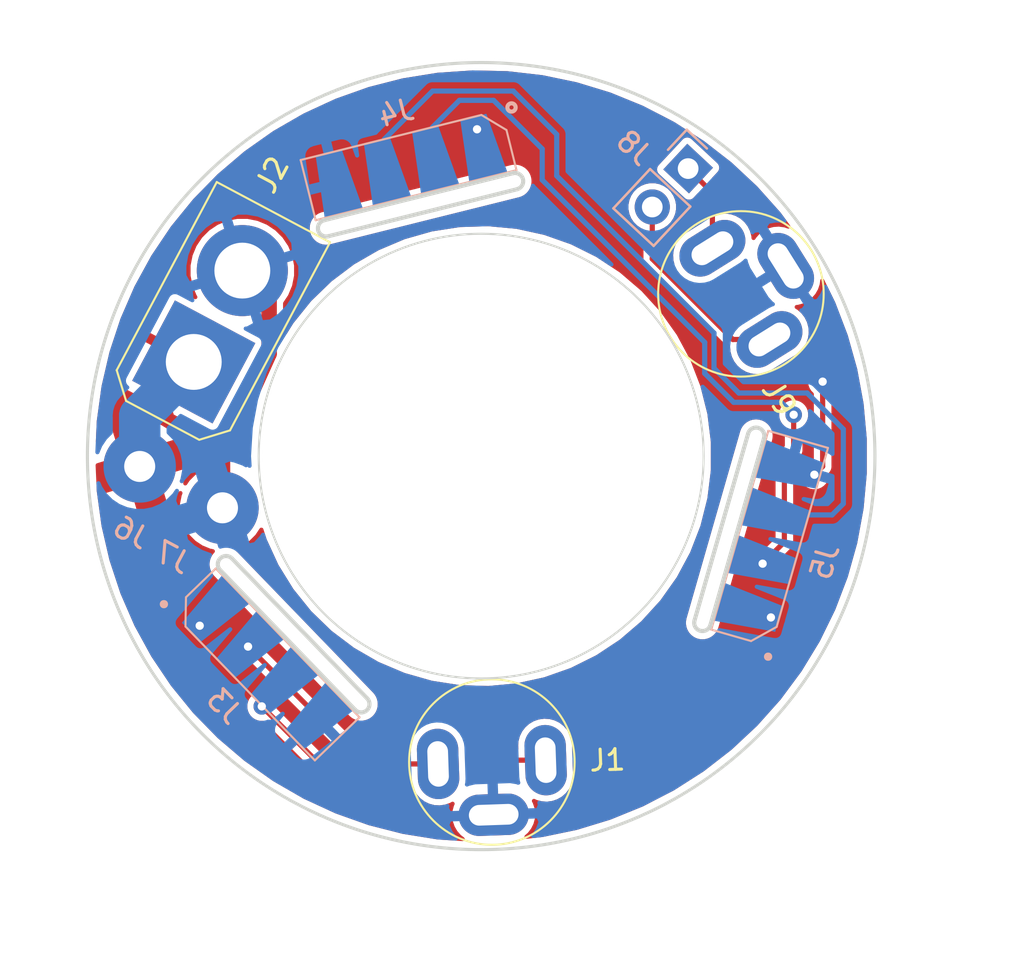
<source format=kicad_pcb>
(kicad_pcb (version 20171130) (host pcbnew 5.1.10-88a1d61d58~90~ubuntu20.04.1)

  (general
    (thickness 1.6)
    (drawings 14)
    (tracks 81)
    (zones 0)
    (modules 9)
    (nets 9)
  )

  (page A4)
  (layers
    (0 F.Cu signal)
    (31 B.Cu signal)
    (32 B.Adhes user hide)
    (33 F.Adhes user hide)
    (34 B.Paste user hide)
    (35 F.Paste user hide)
    (36 B.SilkS user)
    (37 F.SilkS user)
    (38 B.Mask user hide)
    (39 F.Mask user hide)
    (40 Dwgs.User user hide)
    (41 Cmts.User user hide)
    (42 Eco1.User user)
    (43 Eco2.User user)
    (44 Edge.Cuts user)
    (45 Margin user)
    (46 B.CrtYd user hide)
    (47 F.CrtYd user hide)
    (48 B.Fab user hide)
    (49 F.Fab user hide)
  )

  (setup
    (last_trace_width 0.25)
    (user_trace_width 0.5)
    (user_trace_width 0.75)
    (user_trace_width 1)
    (user_trace_width 1.5)
    (user_trace_width 2)
    (trace_clearance 0.2)
    (zone_clearance 0.3)
    (zone_45_only no)
    (trace_min 0.2)
    (via_size 0.8)
    (via_drill 0.4)
    (via_min_size 0.4)
    (via_min_drill 0.3)
    (uvia_size 0.3)
    (uvia_drill 0.1)
    (uvias_allowed no)
    (uvia_min_size 0.2)
    (uvia_min_drill 0.1)
    (edge_width 0.2)
    (segment_width 0.2)
    (pcb_text_width 0.3)
    (pcb_text_size 1.5 1.5)
    (mod_edge_width 0.15)
    (mod_text_size 1 1)
    (mod_text_width 0.15)
    (pad_size 4.4 4.4)
    (pad_drill 2.7)
    (pad_to_mask_clearance 0.051)
    (solder_mask_min_width 0.25)
    (aux_axis_origin 177 90)
    (grid_origin 177 90)
    (visible_elements FFFFFF7F)
    (pcbplotparams
      (layerselection 0x010fc_ffffffff)
      (usegerberextensions false)
      (usegerberattributes false)
      (usegerberadvancedattributes false)
      (creategerberjobfile false)
      (excludeedgelayer true)
      (linewidth 0.100000)
      (plotframeref false)
      (viasonmask false)
      (mode 1)
      (useauxorigin false)
      (hpglpennumber 1)
      (hpglpenspeed 20)
      (hpglpendiameter 15.000000)
      (psnegative false)
      (psa4output false)
      (plotreference true)
      (plotvalue true)
      (plotinvisibletext false)
      (padsonsilk false)
      (subtractmaskfromsilk false)
      (outputformat 1)
      (mirror false)
      (drillshape 1)
      (scaleselection 1)
      (outputdirectory ""))
  )

  (net 0 "")
  (net 1 clk1)
  (net 2 d1)
  (net 3 GND)
  (net 4 +5V)
  (net 5 d2)
  (net 6 clk2)
  (net 7 clk3)
  (net 8 d3)

  (net_class Default "Dies ist die voreingestellte Netzklasse."
    (clearance 0.2)
    (trace_width 0.25)
    (via_dia 0.8)
    (via_drill 0.4)
    (uvia_dia 0.3)
    (uvia_drill 0.1)
    (add_net +5V)
    (add_net GND)
    (add_net clk1)
    (add_net clk2)
    (add_net clk3)
    (add_net d1)
    (add_net d2)
    (add_net d3)
  )

  (net_class Power ""
    (clearance 0.2)
    (trace_width 2)
    (via_dia 1)
    (via_drill 0.5)
    (uvia_dia 0.3)
    (uvia_drill 0.1)
  )

  (module Connector_PinSocket_2.54mm:PinSocket_1x02_P2.54mm_Vertical (layer B.Cu) (tedit 5A19A420) (tstamp 5FBFB9A3)
    (at 187 75.6 137)
    (descr "Through hole straight socket strip, 1x02, 2.54mm pitch, single row (from Kicad 4.0.7), script generated")
    (tags "Through hole socket strip THT 1x02 2.54mm single row")
    (path /5F95B911)
    (fp_text reference J8 (at 2.583518 -1.041842 137) (layer B.SilkS)
      (effects (font (size 1 1) (thickness 0.15)) (justify mirror))
    )
    (fp_text value Conn_01x02 (at 2 -2.05 137) (layer B.Fab)
      (effects (font (size 1 1) (thickness 0.15)) (justify mirror))
    )
    (fp_text user %R (at 2 0 227) (layer B.Fab)
      (effects (font (size 0.68 0.68) (thickness 0.1)) (justify mirror))
    )
    (fp_line (start -1.27 1.27) (end 0.635 1.27) (layer B.Fab) (width 0.1))
    (fp_line (start 0.635 1.27) (end 1.27 0.635) (layer B.Fab) (width 0.1))
    (fp_line (start 1.27 0.635) (end 1.27 -3.81) (layer B.Fab) (width 0.1))
    (fp_line (start 1.27 -3.81) (end -1.27 -3.81) (layer B.Fab) (width 0.1))
    (fp_line (start -1.27 -3.81) (end -1.27 1.27) (layer B.Fab) (width 0.1))
    (fp_line (start -1.33 -1.27) (end 1.33 -1.27) (layer B.SilkS) (width 0.12))
    (fp_line (start -1.33 -1.27) (end -1.33 -3.87) (layer B.SilkS) (width 0.12))
    (fp_line (start -1.33 -3.87) (end 1.33 -3.87) (layer B.SilkS) (width 0.12))
    (fp_line (start 1.33 -1.27) (end 1.33 -3.87) (layer B.SilkS) (width 0.12))
    (fp_line (start 1.33 1.33) (end 1.33 0) (layer B.SilkS) (width 0.12))
    (fp_line (start 0 1.33) (end 1.33 1.33) (layer B.SilkS) (width 0.12))
    (fp_line (start -1.8 1.8) (end 1.75 1.8) (layer B.CrtYd) (width 0.05))
    (fp_line (start 1.75 1.8) (end 1.75 -4.3) (layer B.CrtYd) (width 0.05))
    (fp_line (start 1.75 -4.3) (end -1.8 -4.3) (layer B.CrtYd) (width 0.05))
    (fp_line (start -1.8 -4.3) (end -1.8 1.8) (layer B.CrtYd) (width 0.05))
    (pad 2 thru_hole oval (at 0 -2.54 137) (size 1.7 1.7) (drill 1) (layers *.Cu *.Mask)
      (net 8 d3))
    (pad 1 thru_hole rect (at 0 0 137) (size 1.7 1.7) (drill 1) (layers *.Cu *.Mask)
      (net 7 clk3))
    (model ${KISYS3DMOD}/Connector_PinSocket_2.54mm.3dshapes/PinSocket_1x02_P2.54mm_Vertical.wrl
      (at (xyz 0 0 0))
      (scale (xyz 1 1 1))
      (rotate (xyz 0 0 0))
    )
  )

  (module h8-Connectors:XT30 (layer F.Cu) (tedit 610D8D6B) (tstamp 6106BB78)
    (at 164.285555 82.739609 62)
    (path /5F94666B)
    (fp_text reference J2 (at 7.266424 -0.902584 62) (layer F.SilkS)
      (effects (font (size 1 1) (thickness 0.15)))
    )
    (fp_text value Conn_01x02 (at 0 4.5 62) (layer F.Fab)
      (effects (font (size 1 1) (thickness 0.15)))
    )
    (fp_line (start -4.6 -3.1) (end 5.7 -3.1) (layer F.SilkS) (width 0.1))
    (fp_line (start -5.7 -2) (end -4.6 -3.1) (layer F.SilkS) (width 0.1))
    (fp_line (start -5.7 2) (end -5.7 -2) (layer F.SilkS) (width 0.1))
    (fp_line (start -4.6 3.1) (end -5.7 2) (layer F.SilkS) (width 0.1))
    (fp_line (start 5.7 3.1) (end -4.6 3.1) (layer F.SilkS) (width 0.1))
    (fp_line (start 5.7 -3.1) (end 5.7 3.1) (layer F.SilkS) (width 0.1))
    (pad 2 thru_hole circle (at 2.5 0 62) (size 4.4 4.4) (drill 2.7) (layers *.Cu *.Mask)
      (net 3 GND))
    (pad 1 thru_hole rect (at -2.5 0 62) (size 4.4 4.4) (drill 2.7) (layers *.Cu *.Mask)
      (net 4 +5V))
    (model /home/mario/Dokumente/KiCad/Libraries/h8/packages3d/XT30-male.stp
      (offset (xyz 5 2.5 12.5))
      (scale (xyz 1 1 1))
      (rotate (xyz 180 0 90))
    )
  )

  (module h8-Connectors:Lumberg-KLB-4-Klinkensteckverbinder-3_5 (layer F.Cu) (tedit 610D8A25) (tstamp 6106B47D)
    (at 189.551112 81.657195 302)
    (path /5F94634E)
    (fp_text reference J9 (at 5.256303 1.104334 122) (layer F.SilkS)
      (effects (font (size 1 1) (thickness 0.15)))
    )
    (fp_text value Conn_01x03 (at 0 -5.5 122) (layer F.Fab)
      (effects (font (size 1 1) (thickness 0.15)))
    )
    (fp_circle (center 0 0) (end 4 0) (layer F.SilkS) (width 0.1))
    (pad 3 thru_hole oval (at 0 -2.55 32) (size 2 3.4) (drill oval 1 2.4) (layers *.Cu *.Mask)
      (net 3 GND))
    (pad 2 thru_hole oval (at 2.6 0 302) (size 2 3.4) (drill oval 1 2.2) (layers *.Cu *.Mask)
      (net 8 d3))
    (pad 1 thru_hole oval (at -2.6 0 302) (size 2 3.4) (drill oval 1 2.2) (layers *.Cu *.Mask)
      (net 7 clk3))
    (model /home/mario/Dokumente/KiCad/Libraries/h8/packages3d/Lumberg_KLB_4.stp
      (at (xyz 0 0 0))
      (scale (xyz 1 1 1))
      (rotate (xyz 0 0 90))
    )
  )

  (module h8-Connectors:Lumberg-KLB-4-Klinkensteckverbinder-3_5 (layer F.Cu) (tedit 610D8A25) (tstamp 6106B468)
    (at 177.516513 104.290984 182)
    (path /5F9461D7)
    (fp_text reference J1 (at -5.583261 -0.103932 2) (layer F.SilkS)
      (effects (font (size 1 1) (thickness 0.15)))
    )
    (fp_text value Conn_01x03 (at 0 -5.5 2) (layer F.Fab)
      (effects (font (size 1 1) (thickness 0.15)))
    )
    (fp_circle (center 0 0) (end 4 0) (layer F.SilkS) (width 0.1))
    (pad 3 thru_hole oval (at 0 -2.55 272) (size 2 3.4) (drill oval 1 2.4) (layers *.Cu *.Mask)
      (net 3 GND))
    (pad 2 thru_hole oval (at 2.6 0 182) (size 2 3.4) (drill oval 1 2.2) (layers *.Cu *.Mask)
      (net 2 d1))
    (pad 1 thru_hole oval (at -2.6 0 182) (size 2 3.4) (drill oval 1 2.2) (layers *.Cu *.Mask)
      (net 1 clk1))
    (model /home/mario/Dokumente/KiCad/Libraries/h8/packages3d/Lumberg_KLB_4.stp
      (at (xyz 0 0 0))
      (scale (xyz 1 1 1))
      (rotate (xyz 0 0 90))
    )
  )

  (module Connector_Wire:SolderWire-0.15sqmm_1x01_D0.5mm_OD1.5mm (layer B.Cu) (tedit 6106C766) (tstamp 5FBFBA9E)
    (at 160.5 90 332)
    (descr "Soldered wire connection, for a single 0.15 mm² wire, basic insulation, conductor diameter 0.5mm, outer diameter 1.5mm, size source Multi-Contact FLEXI-E 0.15 (https://ec.staubli.com/AcroFiles/Catalogues/TM_Cab-Main-11014119_(en)_hi.pdf), bend radius 3 times outer diameter, generated with kicad-footprint-generator")
    (tags "connector wire 0.15sqmm")
    (path /5F9467BA)
    (attr virtual)
    (fp_text reference J6 (at 1.14913 3.013221 152) (layer B.SilkS)
      (effects (font (size 1 1) (thickness 0.15)) (justify mirror))
    )
    (fp_text value Conn_01x01 (at 0 -2.05 152) (layer B.Fab)
      (effects (font (size 1 1) (thickness 0.15)) (justify mirror))
    )
    (fp_line (start 1.5 1.35) (end -1.5 1.35) (layer B.CrtYd) (width 0.05))
    (fp_line (start 1.5 -1.35) (end 1.5 1.35) (layer B.CrtYd) (width 0.05))
    (fp_line (start -1.5 -1.35) (end 1.5 -1.35) (layer B.CrtYd) (width 0.05))
    (fp_line (start -1.5 1.35) (end -1.5 -1.35) (layer B.CrtYd) (width 0.05))
    (fp_circle (center 0 0) (end 0.75 0) (layer B.Fab) (width 0.1))
    (fp_text user %R (at 0 0 152) (layer B.Fab)
      (effects (font (size 0.38 0.38) (thickness 0.06)) (justify mirror))
    )
    (pad 1 thru_hole circle (at 0 0 332) (size 3.5 3.5) (drill 1.5) (layers *.Cu *.Mask)
      (net 4 +5V) (zone_connect 1) (thermal_width 1.5))
    (model ${KISYS3DMOD}/Connector_Wire.3dshapes/SolderWire-0.15sqmm_1x01_D0.5mm_OD1.5mm.wrl
      (at (xyz 0 0 0))
      (scale (xyz 1 1 1))
      (rotate (xyz 0 0 0))
    )
  )

  (module h8-Connectors:APA102-through (layer B.Cu) (tedit 6106BB18) (tstamp 61037C35)
    (at 167.648583 98.530558 224)
    (path /5F94AF29)
    (fp_text reference J3 (at 4.325181 -0.090248 314) (layer B.SilkS)
      (effects (font (size 1 1) (thickness 0.15)) (justify mirror))
    )
    (fp_text value Conn_01x04 (at 0.099999 12.6 44) (layer B.Fab)
      (effects (font (size 1 1) (thickness 0.15)) (justify mirror))
    )
    (fp_line (start 3 4) (end 2 5) (layer B.SilkS) (width 0.1))
    (fp_line (start 0 5) (end 0 -5) (layer B.SilkS) (width 0.1))
    (fp_circle (center 3 5.5) (end 3.1 5.5) (layer B.SilkS) (width 0.2))
    (fp_line (start 2 5) (end 0 5) (layer B.SilkS) (width 0.1))
    (fp_line (start 3 -5) (end 3 4) (layer B.SilkS) (width 0.1))
    (fp_line (start 0 -5) (end 3 -5) (layer B.SilkS) (width 0.1))
    (pad 1 smd trapezoid (at 1.5 3.6 224) (size 3 1.6) (rect_delta 0.3 0 ) (layers B.Cu B.Paste B.Mask)
      (net 4 +5V))
    (pad 2 smd trapezoid (at 1.5 1.2 224) (size 3 1.6) (rect_delta 0.3 0 ) (layers B.Cu B.Paste B.Mask)
      (net 1 clk1))
    (pad 3 smd trapezoid (at 1.5 -1.2 224) (size 3 1.6) (rect_delta 0.3 0 ) (layers B.Cu B.Paste B.Mask)
      (net 2 d1))
    (pad 4 smd trapezoid (at 1.5 -3.6 224) (size 3 1.6) (rect_delta 0.3 0 ) (layers B.Cu B.Paste B.Mask)
      (net 3 GND))
  )

  (module h8-Connectors:APA102-through (layer B.Cu) (tedit 6106BB18) (tstamp 6103775A)
    (at 189.496402 93.083286 344)
    (path /5F94AE24)
    (fp_text reference J5 (at 4.362695 0.326854 254) (layer B.SilkS)
      (effects (font (size 1 1) (thickness 0.15)) (justify mirror))
    )
    (fp_text value Conn_01x04 (at 2.5 -0.5 254) (layer B.Fab)
      (effects (font (size 1 1) (thickness 0.15)) (justify mirror))
    )
    (fp_line (start 3 4) (end 2 5) (layer B.SilkS) (width 0.1))
    (fp_line (start 0 5) (end 0 -5) (layer B.SilkS) (width 0.1))
    (fp_circle (center 3 5.5) (end 3.1 5.5) (layer B.SilkS) (width 0.2))
    (fp_line (start 2 5) (end 0 5) (layer B.SilkS) (width 0.1))
    (fp_line (start 3 -5) (end 3 4) (layer B.SilkS) (width 0.1))
    (fp_line (start 0 -5) (end 3 -5) (layer B.SilkS) (width 0.1))
    (pad 1 smd trapezoid (at 1.5 3.6 344) (size 3 1.6) (rect_delta 0.3 0 ) (layers B.Cu B.Paste B.Mask)
      (net 4 +5V))
    (pad 2 smd trapezoid (at 1.5 1.2 344) (size 3 1.6) (rect_delta 0.3 0 ) (layers B.Cu B.Paste B.Mask)
      (net 6 clk2))
    (pad 3 smd trapezoid (at 1.5 -1.2 344) (size 3 1.6) (rect_delta 0.3 0 ) (layers B.Cu B.Paste B.Mask)
      (net 5 d2))
    (pad 4 smd trapezoid (at 1.5 -3.6 344) (size 3 1.6) (rect_delta 0.3 0 ) (layers B.Cu B.Paste B.Mask)
      (net 3 GND))
  )

  (module h8-Connectors:APA102-through (layer B.Cu) (tedit 6106BB18) (tstamp 61075882)
    (at 173.855015 76.886156 104)
    (path /5F94AEC9)
    (fp_text reference J4 (at 4.098789 0.037691 194) (layer B.SilkS)
      (effects (font (size 1 1) (thickness 0.15)) (justify mirror))
    )
    (fp_text value Conn_01x04 (at 0.1 12.6 104) (layer B.Fab)
      (effects (font (size 1 1) (thickness 0.15)) (justify mirror))
    )
    (fp_line (start 3 4) (end 2 5) (layer B.SilkS) (width 0.1))
    (fp_line (start 0 5) (end 0 -5) (layer B.SilkS) (width 0.1))
    (fp_circle (center 3 5.5) (end 3.1 5.5) (layer B.SilkS) (width 0.2))
    (fp_line (start 2 5) (end 0 5) (layer B.SilkS) (width 0.1))
    (fp_line (start 3 -5) (end 3 4) (layer B.SilkS) (width 0.1))
    (fp_line (start 0 -5) (end 3 -5) (layer B.SilkS) (width 0.1))
    (pad 1 smd trapezoid (at 1.5 3.6 104) (size 3 1.6) (rect_delta 0.3 0 ) (layers B.Cu B.Paste B.Mask)
      (net 4 +5V))
    (pad 2 smd trapezoid (at 1.5 1.2 104) (size 3 1.6) (rect_delta 0.3 0 ) (layers B.Cu B.Paste B.Mask)
      (net 6 clk2))
    (pad 3 smd trapezoid (at 1.5 -1.2 104) (size 3 1.6) (rect_delta 0.3 0 ) (layers B.Cu B.Paste B.Mask)
      (net 5 d2))
    (pad 4 smd trapezoid (at 1.5 -3.6 104) (size 3 1.6) (rect_delta 0.3 0 ) (layers B.Cu B.Paste B.Mask)
      (net 3 GND))
  )

  (module Connector_Wire:SolderWire-0.15sqmm_1x01_D0.5mm_OD1.5mm (layer B.Cu) (tedit 6106C79F) (tstamp 6106CB00)
    (at 164.5 92 332)
    (descr "Soldered wire connection, for a single 0.15 mm² wire, basic insulation, conductor diameter 0.5mm, outer diameter 1.5mm, size source Multi-Contact FLEXI-E 0.15 (https://ec.staubli.com/AcroFiles/Catalogues/TM_Cab-Main-11014119_(en)_hi.pdf), bend radius 3 times outer diameter, generated with kicad-footprint-generator")
    (tags "connector wire 0.15sqmm")
    (path /5F946830)
    (attr virtual)
    (fp_text reference J7 (at -0.992342 3.245806 152) (layer B.SilkS)
      (effects (font (size 1 1) (thickness 0.15)) (justify mirror))
    )
    (fp_text value Conn_01x01 (at 0 -2.05 152) (layer B.Fab)
      (effects (font (size 1 1) (thickness 0.15)) (justify mirror))
    )
    (fp_line (start 1.5 1.35) (end -1.5 1.35) (layer B.CrtYd) (width 0.05))
    (fp_line (start 1.5 -1.35) (end 1.5 1.35) (layer B.CrtYd) (width 0.05))
    (fp_line (start -1.5 -1.35) (end 1.5 -1.35) (layer B.CrtYd) (width 0.05))
    (fp_line (start -1.5 1.35) (end -1.5 -1.35) (layer B.CrtYd) (width 0.05))
    (fp_circle (center 0 0) (end 0.75 0) (layer B.Fab) (width 0.1))
    (fp_text user %R (at 0 0 152) (layer B.Fab)
      (effects (font (size 0.38 0.38) (thickness 0.06)) (justify mirror))
    )
    (pad 1 thru_hole circle (at 0 0 332) (size 3.5 3.5) (drill 1.5) (layers *.Cu *.Mask)
      (net 3 GND) (zone_connect 1) (thermal_width 1.5))
    (model ${KISYS3DMOD}/Connector_Wire.3dshapes/SolderWire-0.15sqmm_1x01_D0.5mm_OD1.5mm.wrl
      (at (xyz 0 0 0))
      (scale (xyz 1 1 1))
      (rotate (xyz 0 0 0))
    )
  )

  (gr_arc (start 164.673892 94.730399) (end 164.961628 94.452536) (angle -180) (layer Edge.Cuts) (width 0.2) (tstamp 610378D5))
  (gr_arc (start 178.633397 76.210078) (end 178.730165 76.598196) (angle -180) (layer Edge.Cuts) (width 0.2) (tstamp 610378D3))
  (gr_arc (start 171.203681 101.492193) (end 170.915945 101.770056) (angle -180) (layer Edge.Cuts) (width 0.2) (tstamp 610378D0))
  (gr_arc (start 169.512616 78.484144) (end 169.415847 78.096025) (angle -180) (layer Edge.Cuts) (width 0.2) (tstamp 610378CE))
  (gr_line (start 171.491417 101.214329) (end 164.961628 94.452535) (layer Edge.Cuts) (width 0.2) (tstamp 610378CB))
  (gr_line (start 169.609384 78.872263) (end 178.730165 76.598197) (layer Edge.Cuts) (width 0.2) (tstamp 610378C9))
  (gr_line (start 164.386156 95.008262) (end 170.915945 101.770056) (layer Edge.Cuts) (width 0.2) (tstamp 610378C6))
  (gr_line (start 178.536627 75.82196) (end 169.415847 78.096025) (layer Edge.Cuts) (width 0.2) (tstamp 610378C4))
  (gr_arc (start 187.692712 97.559523) (end 187.308207 97.449268) (angle -180) (layer Edge.Cuts) (width 0.2) (tstamp 61037742))
  (gr_arc (start 190.283703 88.523663) (end 190.668208 88.633918) (angle -180) (layer Edge.Cuts) (width 0.2) (tstamp 61037745))
  (gr_line (start 188.077216 97.669778) (end 190.668208 88.633918) (layer Edge.Cuts) (width 0.2) (tstamp 6103774B))
  (gr_line (start 189.899198 88.413408) (end 187.308207 97.449268) (layer Edge.Cuts) (width 0.2) (tstamp 61037748))
  (gr_circle (center 177 89.5) (end 195.289252 94.744358) (layer Edge.Cuts) (width 0.15) (tstamp 6106CAEE))
  (gr_circle (center 177 89.5) (end 187.333564 92.463101) (layer Edge.Cuts) (width 0.1) (tstamp 61030781))

  (segment (start 180.114929 104.200245) (end 178.500245 104.200245) (width 0.25) (layer F.Cu) (net 1))
  (segment (start 178.500245 104.200245) (end 176.4 102.1) (width 0.25) (layer F.Cu) (net 1))
  (segment (start 176.4 102.1) (end 173.8 102.1) (width 0.25) (layer F.Cu) (net 1))
  (segment (start 173.8 102.1) (end 172.7 103.2) (width 0.25) (layer F.Cu) (net 1))
  (via (at 165.735983 98.709338) (size 0.8) (drill 0.4) (layers F.Cu B.Cu) (net 1))
  (segment (start 170.226645 103.2) (end 165.735983 98.709338) (width 0.25) (layer F.Cu) (net 1))
  (segment (start 172.7 103.2) (end 170.226645 103.2) (width 0.25) (layer F.Cu) (net 1))
  (segment (start 174.918097 104.381723) (end 174.642182 104.105808) (width 0.25) (layer B.Cu) (net 2))
  (via (at 166.4 101.6) (size 0.8) (drill 0.4) (layers F.Cu B.Cu) (net 2))
  (segment (start 169.181723 104.381723) (end 166.4 101.6) (width 0.25) (layer F.Cu) (net 2))
  (segment (start 174.918097 104.381723) (end 169.181723 104.381723) (width 0.25) (layer F.Cu) (net 2))
  (segment (start 166.4 101.438916) (end 167.403163 100.435753) (width 0.25) (layer B.Cu) (net 2))
  (segment (start 166.4 101.6) (end 166.4 101.438916) (width 0.25) (layer B.Cu) (net 2))
  (via (at 193.5 85.9) (size 0.8) (drill 0.4) (layers F.Cu B.Cu) (net 3))
  (via (at 193.1 90.4) (size 0.8) (drill 0.4) (layers F.Cu B.Cu) (net 3))
  (segment (start 193.499999 90.000001) (end 193.1 90.4) (width 0.25) (layer F.Cu) (net 3))
  (segment (start 191.713635 80.713635) (end 193.5 82.5) (width 0.25) (layer B.Cu) (net 3))
  (segment (start 191.713635 80.305901) (end 191.713635 80.713635) (width 0.25) (layer B.Cu) (net 3))
  (segment (start 165.459234 80.53224) (end 165.459234 81.959234) (width 1) (layer F.Cu) (net 3))
  (segment (start 166.752107 81.825113) (end 165.459234 80.53224) (width 0.75) (layer F.Cu) (net 3))
  (segment (start 166.752107 84.555731) (end 166.752107 81.825113) (width 0.75) (layer F.Cu) (net 3))
  (segment (start 164.5 89.547696) (end 166.752107 84.555731) (width 0.75) (layer F.Cu) (net 3))
  (segment (start 164.5 92) (end 164.5 89.547696) (width 0.75) (layer F.Cu) (net 3))
  (segment (start 193.5 82.5) (end 193.5 85.9) (width 0.25) (layer B.Cu) (net 3))
  (segment (start 193.5 86.465685) (end 193.5 85.9) (width 0.25) (layer F.Cu) (net 3))
  (segment (start 193.499999 90.000001) (end 193.5 86.465685) (width 0.25) (layer F.Cu) (net 3))
  (segment (start 160.5 90) (end 160.5 88.6) (width 2) (layer B.Cu) (net 4))
  (segment (start 160.5 87.558854) (end 160.5 88.6) (width 2) (layer B.Cu) (net 4))
  (segment (start 163.111876 84.946978) (end 160.5 87.558854) (width 2) (layer B.Cu) (net 4))
  (via (at 163.4 97.7) (size 0.8) (drill 0.4) (layers F.Cu B.Cu) (net 4))
  (segment (start 164.068803 97.031197) (end 163.4 97.7) (width 0.25) (layer B.Cu) (net 4))
  (segment (start 164.068803 96.982922) (end 164.068803 97.031197) (width 0.25) (layer B.Cu) (net 4))
  (via (at 191 97.3) (size 0.8) (drill 0.4) (layers F.Cu B.Cu) (net 4))
  (segment (start 190.657284 96.957284) (end 191 97.3) (width 0.25) (layer B.Cu) (net 4))
  (segment (start 189.946 96.957284) (end 190.657284 96.957284) (width 0.25) (layer B.Cu) (net 4))
  (via (at 176.8 73.7) (size 0.8) (drill 0.4) (layers F.Cu B.Cu) (net 4))
  (segment (start 176.985197 73.885197) (end 176.8 73.7) (width 0.25) (layer B.Cu) (net 4))
  (segment (start 176.985197 74.559794) (end 176.985197 73.885197) (width 0.25) (layer B.Cu) (net 4))
  (segment (start 193.956772 92.343228) (end 194.5 91.8) (width 0.25) (layer B.Cu) (net 5))
  (segment (start 191.269059 92.343228) (end 193.956772 92.343228) (width 0.25) (layer B.Cu) (net 5))
  (segment (start 194.5 89.426998) (end 194.5 89.677144) (width 0.25) (layer B.Cu) (net 5))
  (segment (start 194.5 89.9) (end 194.5 89.327144) (width 0.25) (layer B.Cu) (net 5))
  (segment (start 194.5 89.9) (end 194.5 89.677144) (width 0.25) (layer B.Cu) (net 5))
  (segment (start 194.5 91.2) (end 194.5 89.9) (width 0.25) (layer B.Cu) (net 5))
  (segment (start 194.5 91.8) (end 194.5 91.2) (width 0.25) (layer B.Cu) (net 5))
  (segment (start 180.65 73.95) (end 180.65 75.95) (width 0.25) (layer B.Cu) (net 5))
  (segment (start 180.65 75.95) (end 188.25 83.55) (width 0.25) (layer B.Cu) (net 5))
  (segment (start 194.5 88.2) (end 194.5 91.2) (width 0.25) (layer B.Cu) (net 5))
  (segment (start 188.25 83.55) (end 188.25 85.25) (width 0.25) (layer B.Cu) (net 5))
  (segment (start 188.25 85.25) (end 189.449989 86.449989) (width 0.25) (layer B.Cu) (net 5))
  (segment (start 172.327777 75.721019) (end 172.327777 74.175099) (width 0.25) (layer B.Cu) (net 5))
  (segment (start 189.449989 86.449989) (end 192.749989 86.449989) (width 0.25) (layer B.Cu) (net 5))
  (segment (start 192.749989 86.449989) (end 194.5 88.2) (width 0.25) (layer B.Cu) (net 5))
  (segment (start 178.548562 71.851438) (end 178.55 71.85) (width 0.25) (layer B.Cu) (net 5))
  (segment (start 174.651438 71.851438) (end 178.548562 71.851438) (width 0.25) (layer B.Cu) (net 5))
  (segment (start 178.55 71.85) (end 180.65 73.95) (width 0.25) (layer B.Cu) (net 5))
  (segment (start 172.327777 74.175099) (end 174.651438 71.851438) (width 0.25) (layer B.Cu) (net 5))
  (via (at 190.6 94.7) (size 0.8) (drill 0.4) (layers F.Cu B.Cu) (net 6))
  (segment (start 190.60753 94.69247) (end 190.6 94.7) (width 0.25) (layer B.Cu) (net 6))
  (segment (start 190.60753 94.650256) (end 190.60753 94.69247) (width 0.25) (layer B.Cu) (net 6))
  (via (at 192.1 87.5) (size 0.8) (drill 0.4) (layers F.Cu B.Cu) (net 6) (tstamp 610D86FE))
  (segment (start 191.65 93.65) (end 190.6 94.7) (width 0.25) (layer F.Cu) (net 6))
  (segment (start 191.65 89.65) (end 191.65 93.65) (width 0.25) (layer F.Cu) (net 6))
  (segment (start 192.1 89.2) (end 191.65 89.65) (width 0.25) (layer F.Cu) (net 6))
  (segment (start 192.1 87.5) (end 192.1 89.2) (width 0.25) (layer F.Cu) (net 6))
  (segment (start 174.656487 73.594486) (end 174.656487 75.140406) (width 0.25) (layer B.Cu) (net 6))
  (segment (start 179.95 74.65) (end 177.601449 72.301449) (width 0.25) (layer B.Cu) (net 6))
  (segment (start 187.799989 83.999989) (end 179.95 76.15) (width 0.25) (layer B.Cu) (net 6))
  (segment (start 175.949524 72.301449) (end 174.656487 73.594486) (width 0.25) (layer B.Cu) (net 6))
  (segment (start 187.799989 85.499989) (end 187.799989 83.999989) (width 0.25) (layer B.Cu) (net 6))
  (segment (start 177.601449 72.301449) (end 175.949524 72.301449) (width 0.25) (layer B.Cu) (net 6))
  (segment (start 189.2 86.9) (end 187.799989 85.499989) (width 0.25) (layer B.Cu) (net 6))
  (segment (start 191.5 86.9) (end 189.2 86.9) (width 0.25) (layer B.Cu) (net 6))
  (segment (start 179.95 76.15) (end 179.95 74.65) (width 0.25) (layer B.Cu) (net 6))
  (segment (start 192.1 87.5) (end 191.5 86.9) (width 0.25) (layer B.Cu) (net 6))
  (segment (start 188.173322 79.45227) (end 187.95227 79.45227) (width 0.25) (layer F.Cu) (net 7))
  (segment (start 188.173322 76.773322) (end 187 75.6) (width 0.25) (layer F.Cu) (net 7))
  (segment (start 188.173322 79.45227) (end 188.173322 76.773322) (width 0.25) (layer F.Cu) (net 7))
  (segment (start 189.16212 83.86212) (end 190.928902 83.86212) (width 0.25) (layer F.Cu) (net 8))
  (segment (start 185.267724 79.967724) (end 185.267724 77.457638) (width 0.25) (layer F.Cu) (net 8))
  (segment (start 189.16212 83.86212) (end 185.267724 79.967724) (width 0.25) (layer F.Cu) (net 8))

  (zone (net 4) (net_name +5V) (layer F.Cu) (tstamp 0) (hatch edge 0.508)
    (connect_pads (clearance 0.3))
    (min_thickness 0.2)
    (fill yes (arc_segments 32) (thermal_gap 0.5) (thermal_bridge_width 0.5))
    (polygon
      (pts
        (xy 200.65 110.8125) (xy 155.25 111.1) (xy 155.4 69.075) (xy 199.35 68.7875)
      )
    )
    (filled_polygon
      (pts
        (xy 178.265985 70.991949) (xy 179.943767 71.183753) (xy 181.597156 71.527331) (xy 183.212451 72.019837) (xy 184.776269 72.657188)
        (xy 186.275649 73.434105) (xy 187.698169 74.344148) (xy 189.03204 75.379778) (xy 190.266209 76.532412) (xy 191.390451 77.792499)
        (xy 191.842914 78.403483) (xy 191.659148 78.34155) (xy 191.385654 78.306149) (xy 191.110509 78.324786) (xy 190.844286 78.396743)
        (xy 190.597217 78.519255) (xy 190.378796 78.687614) (xy 190.197417 78.895348) (xy 190.16177 78.957403) (xy 190.154437 78.849144)
        (xy 190.08248 78.582921) (xy 189.959968 78.335852) (xy 189.791609 78.117431) (xy 189.583875 77.936052) (xy 189.344745 77.798685)
        (xy 189.083412 77.71061) (xy 188.809918 77.675209) (xy 188.698322 77.682768) (xy 188.698322 76.799102) (xy 188.700861 76.773322)
        (xy 188.698322 76.747542) (xy 188.698322 76.747534) (xy 188.690725 76.670404) (xy 188.660705 76.571441) (xy 188.611955 76.480236)
        (xy 188.608356 76.475851) (xy 188.562788 76.420325) (xy 188.562784 76.420321) (xy 188.546349 76.400295) (xy 188.526323 76.38386)
        (xy 188.244059 76.101596) (xy 188.495306 75.832167) (xy 188.543135 75.769552) (xy 188.57783 75.698809) (xy 188.598057 75.622656)
        (xy 188.603039 75.544021) (xy 188.592584 75.465924) (xy 188.567094 75.391368) (xy 188.527549 75.323218) (xy 188.475468 75.264091)
        (xy 187.232167 74.104694) (xy 187.169552 74.056865) (xy 187.098809 74.02217) (xy 187.022656 74.001943) (xy 186.944021 73.996961)
        (xy 186.865924 74.007416) (xy 186.791368 74.032906) (xy 186.723218 74.072451) (xy 186.664091 74.124532) (xy 185.504694 75.367833)
        (xy 185.456865 75.430448) (xy 185.42217 75.501191) (xy 185.401943 75.577344) (xy 185.396961 75.655979) (xy 185.407416 75.734076)
        (xy 185.432906 75.808632) (xy 185.472451 75.876782) (xy 185.524532 75.935909) (xy 186.767833 77.095306) (xy 186.830448 77.143135)
        (xy 186.901191 77.17783) (xy 186.977344 77.198057) (xy 187.055979 77.203039) (xy 187.134076 77.192584) (xy 187.208632 77.167094)
        (xy 187.276782 77.127549) (xy 187.335909 77.075468) (xy 187.527524 76.869986) (xy 187.648323 76.990786) (xy 187.648322 78.129477)
        (xy 186.779476 78.672392) (xy 186.615792 78.79856) (xy 186.434413 79.006294) (xy 186.297046 79.245424) (xy 186.208971 79.506757)
        (xy 186.17357 79.780251) (xy 186.192207 80.055396) (xy 186.227155 80.184693) (xy 185.792724 79.750263) (xy 185.792724 78.593166)
        (xy 185.859821 78.565373) (xy 186.064552 78.428576) (xy 186.238662 78.254466) (xy 186.375459 78.049735) (xy 186.469687 77.822249)
        (xy 186.517724 77.580752) (xy 186.517724 77.334524) (xy 186.469687 77.093027) (xy 186.375459 76.865541) (xy 186.238662 76.66081)
        (xy 186.064552 76.4867) (xy 185.859821 76.349903) (xy 185.632335 76.255675) (xy 185.390838 76.207638) (xy 185.14461 76.207638)
        (xy 184.903113 76.255675) (xy 184.675627 76.349903) (xy 184.470896 76.4867) (xy 184.296786 76.66081) (xy 184.159989 76.865541)
        (xy 184.065761 77.093027) (xy 184.017724 77.334524) (xy 184.017724 77.580752) (xy 184.065761 77.822249) (xy 184.159989 78.049735)
        (xy 184.296786 78.254466) (xy 184.470896 78.428576) (xy 184.675627 78.565373) (xy 184.742725 78.593166) (xy 184.742724 79.941944)
        (xy 184.740185 79.967724) (xy 184.742724 79.993504) (xy 184.742724 79.993511) (xy 184.750321 80.070641) (xy 184.780341 80.169604)
        (xy 184.829091 80.26081) (xy 184.894697 80.340751) (xy 184.914734 80.357195) (xy 188.772654 84.215116) (xy 188.789093 84.235147)
        (xy 188.869034 84.300753) (xy 188.939185 84.338249) (xy 188.947787 84.465246) (xy 189.019744 84.731469) (xy 189.142256 84.978538)
        (xy 189.310615 85.196959) (xy 189.518349 85.378338) (xy 189.757479 85.515705) (xy 190.018812 85.60378) (xy 190.292306 85.639181)
        (xy 190.567451 85.620544) (xy 190.833674 85.548587) (xy 191.018827 85.456777) (xy 192.322748 84.641998) (xy 192.486432 84.51583)
        (xy 192.667811 84.308096) (xy 192.805178 84.068967) (xy 192.893253 83.807634) (xy 192.928654 83.53414) (xy 192.910017 83.258994)
        (xy 192.83806 82.992771) (xy 192.715548 82.745702) (xy 192.547189 82.527281) (xy 192.339455 82.345902) (xy 192.245364 82.291852)
        (xy 192.316761 82.287016) (xy 192.582984 82.215059) (xy 192.830053 82.092547) (xy 193.048474 81.924188) (xy 193.229853 81.716454)
        (xy 193.36722 81.477324) (xy 193.455295 81.215991) (xy 193.480986 81.017516) (xy 194.01546 82.109143) (xy 194.617049 83.687063)
        (xy 195.072657 85.313151) (xy 195.37851 86.973932) (xy 195.532073 88.655645) (xy 195.532073 90.344355) (xy 195.37851 92.026068)
        (xy 195.072657 93.686849) (xy 194.617049 95.312937) (xy 194.01546 96.890857) (xy 193.272876 98.407534) (xy 192.395449 99.850401)
        (xy 191.390451 101.207501) (xy 190.266209 102.467588) (xy 189.03204 103.620222) (xy 187.698169 104.655852) (xy 186.275649 105.565895)
        (xy 184.776269 106.342812) (xy 183.212451 106.980163) (xy 181.597156 107.472669) (xy 179.943767 107.816247) (xy 179.188409 107.9026)
        (xy 179.33393 107.774417) (xy 179.501335 107.555264) (xy 179.622767 107.307662) (xy 179.693561 107.041128) (xy 179.710998 106.765905)
        (xy 179.674405 106.492568) (xy 179.585191 106.231621) (xy 179.549276 106.169726) (xy 179.646698 106.217505) (xy 179.913232 106.288299)
        (xy 180.188455 106.305736) (xy 180.461792 106.269143) (xy 180.722739 106.179929) (xy 180.961267 106.04152) (xy 181.168208 105.859235)
        (xy 181.335612 105.640082) (xy 181.457045 105.392481) (xy 181.527839 105.125946) (xy 181.540906 104.919694) (xy 181.487245 103.383076)
        (xy 181.459823 103.178238) (xy 181.370608 102.917291) (xy 181.232199 102.678763) (xy 181.049915 102.471822) (xy 180.830762 102.304418)
        (xy 180.58316 102.182985) (xy 180.316626 102.112191) (xy 180.041403 102.094754) (xy 179.768066 102.131347) (xy 179.507119 102.220562)
        (xy 179.268591 102.358971) (xy 179.06165 102.541255) (xy 178.894246 102.760408) (xy 178.772813 103.00801) (xy 178.702019 103.274544)
        (xy 178.688952 103.480796) (xy 178.694948 103.652486) (xy 176.789471 101.74701) (xy 176.773027 101.726973) (xy 176.693086 101.661367)
        (xy 176.601881 101.612617) (xy 176.502918 101.582597) (xy 176.425788 101.575) (xy 176.42578 101.575) (xy 176.4 101.572461)
        (xy 176.37422 101.575) (xy 173.82578 101.575) (xy 173.8 101.572461) (xy 173.77422 101.575) (xy 173.774212 101.575)
        (xy 173.697082 101.582597) (xy 173.598119 101.612617) (xy 173.506914 101.661367) (xy 173.426973 101.726973) (xy 173.410534 101.747004)
        (xy 172.482539 102.675) (xy 170.444107 102.675) (xy 166.535983 98.766877) (xy 166.535983 98.630545) (xy 166.50524 98.475987)
        (xy 166.444934 98.330396) (xy 166.357384 98.199368) (xy 166.245953 98.087937) (xy 166.114925 98.000387) (xy 165.969334 97.940081)
        (xy 165.814776 97.909338) (xy 165.65719 97.909338) (xy 165.502632 97.940081) (xy 165.357041 98.000387) (xy 165.226013 98.087937)
        (xy 165.114582 98.199368) (xy 165.027032 98.330396) (xy 164.966726 98.475987) (xy 164.935983 98.630545) (xy 164.935983 98.788131)
        (xy 164.966726 98.942689) (xy 165.027032 99.08828) (xy 165.114582 99.219308) (xy 165.226013 99.330739) (xy 165.357041 99.418289)
        (xy 165.502632 99.478595) (xy 165.65719 99.509338) (xy 165.793522 99.509338) (xy 169.837179 103.552996) (xy 169.853618 103.573027)
        (xy 169.933559 103.638633) (xy 170.024764 103.687383) (xy 170.123727 103.717403) (xy 170.200857 103.725) (xy 170.200864 103.725)
        (xy 170.226644 103.727539) (xy 170.252424 103.725) (xy 172.67422 103.725) (xy 172.7 103.727539) (xy 172.72578 103.725)
        (xy 172.725788 103.725) (xy 172.802918 103.717403) (xy 172.901881 103.687383) (xy 172.993086 103.638633) (xy 173.073027 103.573027)
        (xy 173.089471 103.55299) (xy 173.694371 102.94809) (xy 173.575981 103.189488) (xy 173.505187 103.456022) (xy 173.49212 103.662274)
        (xy 173.49891 103.856723) (xy 169.399185 103.856723) (xy 167.2 101.657539) (xy 167.2 101.521207) (xy 167.169257 101.366649)
        (xy 167.108951 101.221058) (xy 167.021401 101.09003) (xy 166.90997 100.978599) (xy 166.778942 100.891049) (xy 166.633351 100.830743)
        (xy 166.478793 100.8) (xy 166.321207 100.8) (xy 166.166649 100.830743) (xy 166.021058 100.891049) (xy 165.89003 100.978599)
        (xy 165.778599 101.09003) (xy 165.691049 101.221058) (xy 165.630743 101.366649) (xy 165.6 101.521207) (xy 165.6 101.678793)
        (xy 165.630743 101.833351) (xy 165.691049 101.978942) (xy 165.778599 102.10997) (xy 165.89003 102.221401) (xy 166.021058 102.308951)
        (xy 166.166649 102.369257) (xy 166.321207 102.4) (xy 166.457539 102.4) (xy 168.792257 104.734719) (xy 168.808696 104.75475)
        (xy 168.888637 104.820356) (xy 168.979842 104.869106) (xy 169.078805 104.899126) (xy 169.155935 104.906723) (xy 169.155942 104.906723)
        (xy 169.181722 104.909262) (xy 169.207502 104.906723) (xy 173.535578 104.906723) (xy 173.545781 105.198892) (xy 173.573203 105.40373)
        (xy 173.662418 105.664677) (xy 173.800827 105.903205) (xy 173.983111 106.110146) (xy 174.202264 106.277551) (xy 174.449866 106.398983)
        (xy 174.7164 106.469777) (xy 174.991623 106.487214) (xy 175.26496 106.450621) (xy 175.525907 106.361407) (xy 175.619758 106.306949)
        (xy 175.588247 106.3712) (xy 175.517453 106.637734) (xy 175.500016 106.912957) (xy 175.536609 107.186294) (xy 175.625824 107.447241)
        (xy 175.764233 107.685769) (xy 175.946517 107.89271) (xy 176.105555 108.014194) (xy 174.89294 107.931249) (xy 173.225627 107.663281)
        (xy 171.589589 107.244805) (xy 169.998384 106.679291) (xy 168.465196 105.971423) (xy 167.002731 105.127068) (xy 165.623106 104.153223)
        (xy 164.337753 103.057956) (xy 163.157324 101.850343) (xy 162.0916 100.540392) (xy 161.149411 99.138957) (xy 160.338565 97.65765)
        (xy 159.665781 96.108746) (xy 159.136634 94.50508) (xy 158.755509 92.859941) (xy 158.532796 91.239579) (xy 158.668716 91.239579)
        (xy 158.744546 91.579384) (xy 159.086399 91.891508) (xy 159.482576 92.130943) (xy 159.917852 92.288488) (xy 160.172269 92.338517)
        (xy 160.496383 92.211368) (xy 160.068444 90.81164) (xy 158.668716 91.239579) (xy 158.532796 91.239579) (xy 158.525563 91.18696)
        (xy 158.468808 89.941298) (xy 159.68836 89.568444) (xy 159.260421 88.168716) (xy 158.920616 88.244546) (xy 158.608492 88.586399)
        (xy 158.480693 88.79786) (xy 158.525563 87.81304) (xy 158.528917 87.788632) (xy 160.503617 87.788632) (xy 160.931556 89.18836)
        (xy 162.331284 88.760421) (xy 162.255454 88.420616) (xy 161.913601 88.108492) (xy 161.517424 87.869057) (xy 161.082148 87.711512)
        (xy 160.827731 87.661483) (xy 160.503617 87.788632) (xy 158.528917 87.788632) (xy 158.755509 86.140059) (xy 158.834558 85.798839)
        (xy 159.536426 85.798839) (xy 159.536684 85.917029) (xy 159.559995 86.032897) (xy 159.605462 86.141992) (xy 159.671339 86.240119)
        (xy 159.755094 86.323508) (xy 159.853508 86.388957) (xy 161.532471 87.27839) (xy 161.735334 87.216368) (xy 162.909013 85.008999)
        (xy 160.701644 83.83532) (xy 160.498781 83.897342) (xy 159.604222 85.573579) (xy 159.559231 85.682871) (xy 159.536426 85.798839)
        (xy 158.834558 85.798839) (xy 159.136634 84.49492) (xy 159.508614 83.367573) (xy 160.780464 83.367573) (xy 160.842486 83.570436)
        (xy 163.049855 84.744115) (xy 163.059244 84.726456) (xy 163.324128 84.867298) (xy 163.314739 84.884957) (xy 163.332398 84.894346)
        (xy 163.191556 85.15923) (xy 163.173897 85.149841) (xy 162.000218 87.35721) (xy 162.06224 87.560073) (xy 163.738477 88.454632)
        (xy 163.847769 88.499623) (xy 163.963737 88.522428) (xy 164.081927 88.52217) (xy 164.11549 88.515418) (xy 163.804247 89.205312)
        (xy 163.780531 89.249682) (xy 163.761877 89.311174) (xy 163.74131 89.372087) (xy 163.739743 89.384139) (xy 163.736215 89.39577)
        (xy 163.729914 89.459743) (xy 163.721629 89.523475) (xy 163.725001 89.573681) (xy 163.725001 89.993872) (xy 163.481593 90.094695)
        (xy 163.129455 90.329986) (xy 162.829986 90.629455) (xy 162.702082 90.820878) (xy 162.788488 90.582148) (xy 162.838517 90.327731)
        (xy 162.711368 90.003617) (xy 161.31164 90.431556) (xy 161.739579 91.831284) (xy 162.079384 91.755454) (xy 162.391508 91.413601)
        (xy 162.468561 91.286107) (xy 162.432623 91.372868) (xy 162.35 91.788243) (xy 162.35 92.211757) (xy 162.432623 92.627132)
        (xy 162.594695 93.018407) (xy 162.829986 93.370545) (xy 163.129455 93.670014) (xy 163.481593 93.905305) (xy 163.872868 94.067377)
        (xy 164.034766 94.099581) (xy 164.01553 94.117899) (xy 164.01101 94.12321) (xy 164.011003 94.123217) (xy 164.010998 94.123225)
        (xy 163.960825 94.183018) (xy 163.935221 94.220411) (xy 163.9091 94.25744) (xy 163.905694 94.263534) (xy 163.868085 94.331944)
        (xy 163.850226 94.373611) (xy 163.8318 94.414997) (xy 163.829646 94.421629) (xy 163.829643 94.421635) (xy 163.829643 94.421637)
        (xy 163.806038 94.496048) (xy 163.796613 94.54039) (xy 163.786576 94.584567) (xy 163.785749 94.591499) (xy 163.777047 94.669079)
        (xy 163.776413 94.714438) (xy 163.77515 94.759696) (xy 163.775684 94.766645) (xy 163.775684 94.766653) (xy 163.775685 94.766657)
        (xy 163.782218 94.844449) (xy 163.790402 94.889038) (xy 163.797955 94.933695) (xy 163.799832 94.940419) (xy 163.799834 94.940429)
        (xy 163.799837 94.940437) (xy 163.821349 95.015461) (xy 163.838033 95.057602) (xy 163.854125 95.099964) (xy 163.857272 95.106196)
        (xy 163.892956 95.17563) (xy 163.917518 95.213743) (xy 163.941521 95.252156) (xy 163.945819 95.257657) (xy 163.99431 95.318837)
        (xy 163.994319 95.318846) (xy 164.009426 95.337924) (xy 170.573335 102.135052) (xy 170.592187 102.151082) (xy 170.59579 102.154813)
        (xy 170.601138 102.1593) (xy 170.627519 102.181125) (xy 170.629567 102.182866) (xy 170.629741 102.182963) (xy 170.661289 102.209062)
        (xy 170.698881 102.234419) (xy 170.736076 102.26027) (xy 170.742182 102.263627) (xy 170.742188 102.263631) (xy 170.742194 102.263633)
        (xy 170.742193 102.263633) (xy 170.810864 102.300763) (xy 170.852646 102.318327) (xy 170.894166 102.336466) (xy 170.900818 102.338577)
        (xy 170.900826 102.338579) (xy 170.975395 102.361662) (xy 171.01978 102.370773) (xy 171.064049 102.380506) (xy 171.070982 102.381284)
        (xy 171.070986 102.381284) (xy 171.148625 102.389444) (xy 171.193971 102.389761) (xy 171.239245 102.390709) (xy 171.246191 102.390126)
        (xy 171.246205 102.390126) (xy 171.246218 102.390124) (xy 171.323947 102.38305) (xy 171.368464 102.374559) (xy 171.413097 102.366688)
        (xy 171.419808 102.364764) (xy 171.494697 102.342722) (xy 171.536714 102.325746) (xy 171.578957 102.309361) (xy 171.585166 102.30617)
        (xy 171.654349 102.270004) (xy 171.69231 102.245164) (xy 171.730538 102.220903) (xy 171.736009 102.216567) (xy 171.79685 102.167649)
        (xy 171.829224 102.135946) (xy 171.862043 102.104693) (xy 171.866568 102.099376) (xy 171.916748 102.039574) (xy 171.942359 102.00217)
        (xy 171.968472 101.965152) (xy 171.971879 101.959058) (xy 172.009487 101.890649) (xy 172.027339 101.848999) (xy 172.045773 101.807595)
        (xy 172.04793 101.800956) (xy 172.071535 101.726544) (xy 172.08096 101.682202) (xy 172.090997 101.638025) (xy 172.091824 101.631093)
        (xy 172.100526 101.553512) (xy 172.10116 101.508154) (xy 172.102423 101.462896) (xy 172.101889 101.455947) (xy 172.101889 101.455939)
        (xy 172.101888 101.455932) (xy 172.095355 101.378143) (xy 172.087179 101.333597) (xy 172.079619 101.288897) (xy 172.077741 101.282173)
        (xy 172.07774 101.28217) (xy 172.077739 101.282164) (xy 172.077737 101.282159) (xy 172.056224 101.207131) (xy 172.03954 101.16499)
        (xy 172.023448 101.122628) (xy 172.020301 101.116396) (xy 171.984617 101.046962) (xy 171.960037 101.008821) (xy 171.936051 100.970436)
        (xy 171.931759 100.964942) (xy 171.931756 100.964937) (xy 171.931753 100.964933) (xy 171.883263 100.903755) (xy 171.868147 100.884666)
        (xy 165.304237 94.087539) (xy 165.285381 94.071506) (xy 165.281783 94.06778) (xy 165.276435 94.063292) (xy 165.25006 94.041472)
        (xy 165.248005 94.039725) (xy 165.24783 94.039627) (xy 165.229912 94.024804) (xy 165.518407 93.905305) (xy 165.870545 93.670014)
        (xy 166.170014 93.370545) (xy 166.379729 93.056684) (xy 166.537661 93.553132) (xy 167.115042 94.80811) (xy 167.84227 95.982623)
        (xy 168.708319 97.058866) (xy 169.700062 98.020524) (xy 170.802464 98.85302) (xy 171.998815 99.543733) (xy 173.270979 100.082194)
        (xy 174.599671 100.460239) (xy 175.964749 100.672138) (xy 177.345521 100.71468) (xy 178.721055 100.587218) (xy 180.070499 100.291685)
        (xy 181.373398 99.832561) (xy 182.610001 99.216806) (xy 183.761561 98.453754) (xy 184.810624 97.554972) (xy 184.825546 97.538603)
        (xy 186.793735 97.538603) (xy 186.793881 97.545582) (xy 186.796061 97.623618) (xy 186.801743 97.668594) (xy 186.806792 97.713608)
        (xy 186.80829 97.720426) (xy 186.825585 97.796554) (xy 186.839911 97.83962) (xy 186.853595 97.882757) (xy 186.856383 97.889139)
        (xy 186.856386 97.889148) (xy 186.85639 97.889155) (xy 186.888143 97.960471) (xy 186.910533 97.999885) (xy 186.932359 98.039585)
        (xy 186.93634 98.045314) (xy 186.936343 98.045319) (xy 186.936347 98.045323) (xy 186.981343 98.109109) (xy 187.010965 98.143427)
        (xy 187.040078 98.178123) (xy 187.045099 98.182972) (xy 187.045105 98.182979) (xy 187.045112 98.182985) (xy 187.101633 98.23681)
        (xy 187.13735 98.264716) (xy 187.172667 98.293111) (xy 187.178524 98.296886) (xy 187.178528 98.296889) (xy 187.178532 98.296891)
        (xy 187.178535 98.296893) (xy 187.244449 98.338723) (xy 187.284942 98.359178) (xy 187.325062 98.380151) (xy 187.331543 98.382717)
        (xy 187.33155 98.382721) (xy 187.331557 98.382723) (xy 187.404335 98.410951) (xy 187.448015 98.423147) (xy 187.491454 98.435931)
        (xy 187.498321 98.437192) (xy 187.498324 98.437193) (xy 187.498327 98.437193) (xy 187.5752 98.450748) (xy 187.620385 98.454225)
        (xy 187.665509 98.458332) (xy 187.672483 98.458234) (xy 187.672495 98.458235) (xy 187.672506 98.458234) (xy 187.750539 98.4566)
        (xy 187.795539 98.451235) (xy 187.840616 98.446497) (xy 187.847433 98.445048) (xy 187.847436 98.445048) (xy 187.847439 98.445047)
        (xy 187.847444 98.445046) (xy 187.923689 98.428282) (xy 187.966807 98.414272) (xy 188.010078 98.400877) (xy 188.016492 98.398128)
        (xy 188.016496 98.398127) (xy 188.0165 98.398125) (xy 188.088032 98.366873) (xy 188.127596 98.344761) (xy 188.16745 98.323212)
        (xy 188.173211 98.319268) (xy 188.237315 98.274715) (xy 188.271829 98.245342) (xy 188.306746 98.216455) (xy 188.31163 98.211468)
        (xy 188.36586 98.155311) (xy 188.394014 98.11979) (xy 188.422651 98.084677) (xy 188.42647 98.078841) (xy 188.426474 98.078836)
        (xy 188.426477 98.078831) (xy 188.468763 98.013215) (xy 188.489483 97.9729) (xy 188.510752 97.932897) (xy 188.513363 97.926433)
        (xy 188.513368 97.926424) (xy 188.513371 97.926415) (xy 188.542105 97.85384) (xy 188.542109 97.853826) (xy 188.551077 97.831205)
        (xy 189.471529 94.621207) (xy 189.8 94.621207) (xy 189.8 94.778793) (xy 189.830743 94.933351) (xy 189.891049 95.078942)
        (xy 189.978599 95.20997) (xy 190.09003 95.321401) (xy 190.221058 95.408951) (xy 190.366649 95.469257) (xy 190.521207 95.5)
        (xy 190.678793 95.5) (xy 190.833351 95.469257) (xy 190.978942 95.408951) (xy 191.10997 95.321401) (xy 191.221401 95.20997)
        (xy 191.308951 95.078942) (xy 191.369257 94.933351) (xy 191.4 94.778793) (xy 191.4 94.642461) (xy 192.002996 94.039466)
        (xy 192.023027 94.023027) (xy 192.088633 93.943086) (xy 192.137383 93.851881) (xy 192.167403 93.752918) (xy 192.175 93.675788)
        (xy 192.175 93.675781) (xy 192.177539 93.650001) (xy 192.175 93.624221) (xy 192.175 90.321207) (xy 192.3 90.321207)
        (xy 192.3 90.478793) (xy 192.330743 90.633351) (xy 192.391049 90.778942) (xy 192.478599 90.90997) (xy 192.59003 91.021401)
        (xy 192.721058 91.108951) (xy 192.866649 91.169257) (xy 193.021207 91.2) (xy 193.178793 91.2) (xy 193.333351 91.169257)
        (xy 193.478942 91.108951) (xy 193.60997 91.021401) (xy 193.721401 90.90997) (xy 193.808951 90.778942) (xy 193.869257 90.633351)
        (xy 193.9 90.478793) (xy 193.9 90.34016) (xy 193.938632 90.293087) (xy 193.987382 90.201882) (xy 194.017402 90.102919)
        (xy 194.027538 90.000002) (xy 194.024998 89.974212) (xy 194.025 86.506371) (xy 194.121401 86.40997) (xy 194.208951 86.278942)
        (xy 194.269257 86.133351) (xy 194.3 85.978793) (xy 194.3 85.821207) (xy 194.269257 85.666649) (xy 194.208951 85.521058)
        (xy 194.121401 85.39003) (xy 194.00997 85.278599) (xy 193.878942 85.191049) (xy 193.733351 85.130743) (xy 193.578793 85.1)
        (xy 193.421207 85.1) (xy 193.266649 85.130743) (xy 193.121058 85.191049) (xy 192.99003 85.278599) (xy 192.878599 85.39003)
        (xy 192.791049 85.521058) (xy 192.730743 85.666649) (xy 192.7 85.821207) (xy 192.7 85.978793) (xy 192.730743 86.133351)
        (xy 192.791049 86.278942) (xy 192.878599 86.40997) (xy 192.975001 86.506372) (xy 192.974999 89.609191) (xy 192.866649 89.630743)
        (xy 192.721058 89.691049) (xy 192.59003 89.778599) (xy 192.478599 89.89003) (xy 192.391049 90.021058) (xy 192.330743 90.166649)
        (xy 192.3 90.321207) (xy 192.175 90.321207) (xy 192.175 89.867461) (xy 192.452995 89.589467) (xy 192.473027 89.573027)
        (xy 192.538633 89.493086) (xy 192.587383 89.401881) (xy 192.617403 89.302918) (xy 192.625 89.225788) (xy 192.625 89.225781)
        (xy 192.627539 89.200001) (xy 192.625 89.174221) (xy 192.625 88.106371) (xy 192.721401 88.00997) (xy 192.808951 87.878942)
        (xy 192.869257 87.733351) (xy 192.9 87.578793) (xy 192.9 87.421207) (xy 192.869257 87.266649) (xy 192.808951 87.121058)
        (xy 192.721401 86.99003) (xy 192.60997 86.878599) (xy 192.478942 86.791049) (xy 192.333351 86.730743) (xy 192.178793 86.7)
        (xy 192.021207 86.7) (xy 191.866649 86.730743) (xy 191.721058 86.791049) (xy 191.59003 86.878599) (xy 191.478599 86.99003)
        (xy 191.391049 87.121058) (xy 191.330743 87.266649) (xy 191.3 87.421207) (xy 191.3 87.578793) (xy 191.330743 87.733351)
        (xy 191.391049 87.878942) (xy 191.478599 88.00997) (xy 191.575 88.106371) (xy 191.575001 88.982537) (xy 191.297009 89.26053)
        (xy 191.276973 89.276973) (xy 191.211367 89.356914) (xy 191.162617 89.44812) (xy 191.132597 89.547083) (xy 191.125 89.624213)
        (xy 191.125 89.62422) (xy 191.122461 89.65) (xy 191.125 89.67578) (xy 191.125001 93.432537) (xy 190.657539 93.9)
        (xy 190.521207 93.9) (xy 190.366649 93.930743) (xy 190.221058 93.991049) (xy 190.09003 94.078599) (xy 189.978599 94.19003)
        (xy 189.891049 94.321058) (xy 189.830743 94.466649) (xy 189.8 94.621207) (xy 189.471529 94.621207) (xy 191.155608 88.748129)
        (xy 191.160063 88.723794) (xy 191.161496 88.718798) (xy 191.162708 88.711923) (xy 191.168424 88.678128) (xy 191.168901 88.675523)
        (xy 191.168898 88.675326) (xy 191.175727 88.634951) (xy 191.178889 88.589731) (xy 191.18268 88.544583) (xy 191.182534 88.537603)
        (xy 191.180354 88.459568) (xy 191.174672 88.414588) (xy 191.169623 88.369578) (xy 191.168125 88.36276) (xy 191.15083 88.286633)
        (xy 191.136515 88.243598) (xy 191.12282 88.200428) (xy 191.120032 88.194047) (xy 191.120029 88.194038) (xy 191.120025 88.194031)
        (xy 191.088272 88.122714) (xy 191.065873 88.083284) (xy 191.044056 88.043601) (xy 191.040075 88.037872) (xy 191.040072 88.037867)
        (xy 191.040068 88.037863) (xy 190.995072 87.974077) (xy 190.965464 87.939776) (xy 190.936337 87.905063) (xy 190.931316 87.900214)
        (xy 190.874782 87.846376) (xy 190.839045 87.818454) (xy 190.803748 87.790075) (xy 190.797891 87.7863) (xy 190.797887 87.786297)
        (xy 190.797883 87.786295) (xy 190.79788 87.786293) (xy 190.731966 87.744463) (xy 190.691473 87.724008) (xy 190.651353 87.703035)
        (xy 190.644872 87.700469) (xy 190.644865 87.700465) (xy 190.644858 87.700463) (xy 190.57208 87.672235) (xy 190.5284 87.660039)
        (xy 190.484961 87.647255) (xy 190.478095 87.645994) (xy 190.478094 87.645994) (xy 190.478091 87.645993) (xy 190.478088 87.645993)
        (xy 190.401215 87.632438) (xy 190.356026 87.628961) (xy 190.310906 87.624854) (xy 190.303932 87.624952) (xy 190.30392 87.624951)
        (xy 190.303909 87.624952) (xy 190.225876 87.626586) (xy 190.180879 87.63195) (xy 190.135799 87.636689) (xy 190.128991 87.638137)
        (xy 190.128979 87.638138) (xy 190.128969 87.638141) (xy 190.12897 87.638141) (xy 190.052726 87.654904) (xy 190.009587 87.668921)
        (xy 189.966337 87.682309) (xy 189.959923 87.685058) (xy 189.959919 87.685059) (xy 189.959915 87.685061) (xy 189.888383 87.716313)
        (xy 189.848819 87.738425) (xy 189.808965 87.759974) (xy 189.803204 87.763918) (xy 189.7391 87.808471) (xy 189.704567 87.837861)
        (xy 189.669669 87.866731) (xy 189.664784 87.871719) (xy 189.610555 87.927875) (xy 189.582373 87.963431) (xy 189.553764 87.99851)
        (xy 189.549945 88.004345) (xy 189.549941 88.00435) (xy 189.549938 88.004355) (xy 189.507652 88.069971) (xy 189.486932 88.110286)
        (xy 189.465663 88.150289) (xy 189.463052 88.156753) (xy 189.463047 88.156762) (xy 189.463044 88.156771) (xy 189.434633 88.228531)
        (xy 189.425336 88.251981) (xy 186.820807 97.335058) (xy 186.816352 97.35939) (xy 186.814919 97.364388) (xy 186.813707 97.371263)
        (xy 186.80799 97.405066) (xy 186.807514 97.407664) (xy 186.807517 97.40786) (xy 186.800688 97.448236) (xy 186.797526 97.49345)
        (xy 186.793735 97.538603) (xy 184.825546 97.538603) (xy 185.741285 96.534086) (xy 186.539437 95.406569) (xy 187.192981 94.189515)
        (xy 187.69201 92.901373) (xy 188.028959 91.56167) (xy 188.19872 90.190713) (xy 188.19872 88.809287) (xy 188.028959 87.43833)
        (xy 187.69201 86.098627) (xy 187.192981 84.810485) (xy 186.539437 83.593431) (xy 185.741285 82.465914) (xy 184.810624 81.445028)
        (xy 183.761561 80.546246) (xy 182.610001 79.783194) (xy 181.373398 79.167439) (xy 180.070499 78.708315) (xy 178.721055 78.412782)
        (xy 177.345521 78.28532) (xy 175.964749 78.327862) (xy 174.599671 78.539761) (xy 173.270979 78.917806) (xy 171.998815 79.456267)
        (xy 170.802464 80.14698) (xy 169.700062 80.979476) (xy 168.708319 81.941134) (xy 167.84227 83.017377) (xy 167.527107 83.526382)
        (xy 167.527107 82.117326) (xy 167.763324 81.763802) (xy 167.959317 81.290632) (xy 168.059234 80.788318) (xy 168.059234 80.276162)
        (xy 167.959317 79.773848) (xy 167.763324 79.300678) (xy 167.478786 78.874837) (xy 167.116637 78.512688) (xy 167.076002 78.485536)
        (xy 168.613678 78.485536) (xy 168.616207 78.530775) (xy 168.618105 78.57606) (xy 168.619123 78.582955) (xy 168.619124 78.582966)
        (xy 168.619127 78.582976) (xy 168.631068 78.660113) (xy 168.642336 78.704001) (xy 168.652993 78.748051) (xy 168.655332 78.754619)
        (xy 168.655335 78.75463) (xy 168.65534 78.754639) (xy 168.682035 78.827986) (xy 168.701613 78.86885) (xy 168.720627 78.909999)
        (xy 168.724194 78.915981) (xy 168.724198 78.91599) (xy 168.724202 78.915995) (xy 168.764642 78.98277) (xy 168.7918 79.019072)
        (xy 168.818422 79.055714) (xy 168.823093 79.060903) (xy 168.875733 79.118551) (xy 168.909422 79.148885) (xy 168.942667 79.17967)
        (xy 168.948247 79.183845) (xy 168.94825 79.183848) (xy 168.948256 79.183852) (xy 169.011092 79.230178) (xy 169.050037 79.253393)
        (xy 169.088612 79.277125) (xy 169.094908 79.280142) (xy 169.165544 79.313381) (xy 169.208258 79.328591) (xy 169.250713 79.34438)
        (xy 169.257468 79.346114) (xy 169.257473 79.346116) (xy 169.257478 79.346117) (xy 169.333223 79.365002) (xy 169.378053 79.371622)
        (xy 169.422791 79.378867) (xy 169.429758 79.379257) (xy 169.429761 79.379257) (xy 169.507734 79.38307) (xy 169.552969 79.380858)
        (xy 169.598283 79.379275) (xy 169.605194 79.378303) (xy 169.6052 79.378303) (xy 169.605206 79.378302) (xy 169.682425 79.366899)
        (xy 169.68243 79.366898) (xy 169.706514 79.363352) (xy 178.874956 77.077404) (xy 178.898277 77.069088) (xy 178.903303 77.067835)
        (xy 178.909863 77.065447) (xy 178.941862 77.053546) (xy 178.94448 77.052613) (xy 178.944657 77.052507) (xy 178.983033 77.038235)
        (xy 179.023766 77.018368) (xy 179.064764 76.999076) (xy 179.070735 76.99546) (xy 179.070739 76.995458) (xy 179.070742 76.995456)
        (xy 179.137227 76.954555) (xy 179.17335 76.927137) (xy 179.209801 76.900262) (xy 179.214957 76.895555) (xy 179.272236 76.842513)
        (xy 179.302339 76.808608) (xy 179.332878 76.775164) (xy 179.337021 76.769545) (xy 179.337024 76.769542) (xy 179.337027 76.769536)
        (xy 179.382908 76.706388) (xy 179.405858 76.667271) (xy 179.429318 76.628534) (xy 179.432291 76.622217) (xy 179.465036 76.551351)
        (xy 179.47995 76.508523) (xy 179.495438 76.465972) (xy 179.497127 76.459199) (xy 179.515484 76.383322) (xy 179.521797 76.338408)
        (xy 179.528724 76.293658) (xy 179.529064 76.286702) (xy 179.529066 76.286689) (xy 179.529065 76.286677) (xy 179.532334 76.208688)
        (xy 179.529805 76.16345) (xy 179.527907 76.118163) (xy 179.526889 76.111268) (xy 179.526888 76.111257) (xy 179.526885 76.111247)
        (xy 179.514944 76.03411) (xy 179.503667 75.990187) (xy 179.493018 75.94617) (xy 179.490677 75.939594) (xy 179.463977 75.866236)
        (xy 179.444375 75.825323) (xy 179.425389 75.784233) (xy 179.421815 75.778236) (xy 179.381375 75.71146) (xy 179.354208 75.675144)
        (xy 179.327585 75.638502) (xy 179.322926 75.633327) (xy 179.322922 75.633322) (xy 179.322914 75.633314) (xy 179.270273 75.575666)
        (xy 179.236576 75.545325) (xy 179.203348 75.514556) (xy 179.197758 75.510374) (xy 179.197755 75.510371) (xy 179.197749 75.510368)
        (xy 179.134924 75.464048) (xy 179.095963 75.440822) (xy 179.057401 75.417099) (xy 179.051108 75.414084) (xy 179.051104 75.414081)
        (xy 179.051099 75.414079) (xy 178.980469 75.380843) (xy 178.937758 75.365634) (xy 178.895302 75.349845) (xy 178.888544 75.348109)
        (xy 178.888541 75.348108) (xy 178.888539 75.348108) (xy 178.812793 75.329222) (xy 178.767943 75.322599) (xy 178.723229 75.315357)
        (xy 178.716259 75.314967) (xy 178.638286 75.311153) (xy 178.593002 75.313367) (xy 178.54773 75.314948) (xy 178.540826 75.315919)
        (xy 178.54082 75.315919) (xy 178.540815 75.31592) (xy 178.463718 75.327305) (xy 178.439496 75.330871) (xy 169.271056 77.616819)
        (xy 169.247753 77.625128) (xy 169.242709 77.626386) (xy 169.236149 77.628774) (xy 169.204041 77.640715) (xy 169.201531 77.64161)
        (xy 169.201361 77.641712) (xy 169.162979 77.655986) (xy 169.122233 77.675859) (xy 169.081248 77.695145) (xy 169.075281 77.698759)
        (xy 169.075272 77.698763) (xy 169.075265 77.698769) (xy 169.008786 77.739666) (xy 168.972699 77.767057) (xy 168.93621 77.793959)
        (xy 168.931055 77.798666) (xy 168.873775 77.851709) (xy 168.843663 77.885624) (xy 168.81313 77.919063) (xy 168.808996 77.92467)
        (xy 168.808987 77.92468) (xy 168.808981 77.92469) (xy 168.763101 77.987838) (xy 168.740173 78.026918) (xy 168.716693 78.065688)
        (xy 168.713725 78.071996) (xy 168.71372 78.072005) (xy 168.713717 78.072014) (xy 168.680976 78.142872) (xy 168.666068 78.185681)
        (xy 168.650574 78.228251) (xy 168.648887 78.235018) (xy 168.648884 78.235026) (xy 168.648883 78.235033) (xy 168.630528 78.310903)
        (xy 168.624218 78.355801) (xy 168.617288 78.400565) (xy 168.616948 78.407524) (xy 168.616946 78.407536) (xy 168.616947 78.407547)
        (xy 168.613678 78.485536) (xy 167.076002 78.485536) (xy 166.690796 78.22815) (xy 166.217626 78.032157) (xy 165.715312 77.93224)
        (xy 165.203156 77.93224) (xy 164.700842 78.032157) (xy 164.227672 78.22815) (xy 163.801831 78.512688) (xy 163.439682 78.874837)
        (xy 163.155144 79.300678) (xy 162.959151 79.773848) (xy 162.859234 80.276162) (xy 162.859234 80.788318) (xy 162.959151 81.290632)
        (xy 163.155144 81.763802) (xy 163.189426 81.815109) (xy 162.485275 81.439324) (xy 162.375983 81.394333) (xy 162.260015 81.371528)
        (xy 162.141825 81.371786) (xy 162.025957 81.395097) (xy 161.916862 81.440564) (xy 161.818735 81.506441) (xy 161.735346 81.590196)
        (xy 161.669897 81.68861) (xy 160.780464 83.367573) (xy 159.508614 83.367573) (xy 159.665781 82.891254) (xy 160.338565 81.34235)
        (xy 161.149411 79.861043) (xy 162.0916 78.459608) (xy 163.157324 77.149657) (xy 164.337753 75.942044) (xy 165.623106 74.846777)
        (xy 167.002731 73.872932) (xy 168.465196 73.028577) (xy 169.998384 72.320709) (xy 171.589589 71.755195) (xy 173.225627 71.336719)
        (xy 174.89294 71.068751) (xy 176.577713 70.953509)
      )
    )
  )
  (zone (net 3) (net_name GND) (layer B.Cu) (tstamp 0) (hatch none 0.508)
    (connect_pads (clearance 0.3))
    (min_thickness 0.2)
    (fill yes (arc_segments 32) (thermal_gap 0.5) (thermal_bridge_width 0.5))
    (polygon
      (pts
        (xy 203.25 114.55) (xy 153.75 113.95) (xy 154.05 67.45) (xy 202.35 67.65)
      )
    )
    (filled_polygon
      (pts
        (xy 178.265985 70.991949) (xy 179.943767 71.183753) (xy 181.597156 71.527331) (xy 183.212451 72.019837) (xy 184.776269 72.657188)
        (xy 186.275649 73.434105) (xy 187.698169 74.344148) (xy 189.03204 75.379778) (xy 190.266209 76.532412) (xy 191.390451 77.792499)
        (xy 191.648754 78.141298) (xy 191.556458 78.119533) (xy 191.241624 78.108434) (xy 190.930673 78.158968) (xy 190.858351 78.187337)
        (xy 190.705638 78.409707) (xy 191.761354 80.099206) (xy 191.778315 80.088608) (xy 191.937291 80.343022) (xy 191.92033 80.35362)
        (xy 192.976046 82.04312) (xy 193.242856 82.003343) (xy 193.300058 81.950776) (xy 193.48179 81.693448) (xy 193.609828 81.405611)
        (xy 193.629143 81.320117) (xy 194.01546 82.109143) (xy 194.617049 83.687063) (xy 195.072657 85.313151) (xy 195.37851 86.973932)
        (xy 195.532073 88.655645) (xy 195.532073 90.344355) (xy 195.37851 92.026068) (xy 195.072657 93.686849) (xy 194.617049 95.312937)
        (xy 194.01546 96.890857) (xy 193.272876 98.407534) (xy 192.395449 99.850401) (xy 191.390451 101.207501) (xy 190.266209 102.467588)
        (xy 189.03204 103.620222) (xy 187.698169 104.655852) (xy 186.275649 105.565895) (xy 184.776269 106.342812) (xy 183.212451 106.980163)
        (xy 181.597156 107.472669) (xy 179.943767 107.816247) (xy 179.512547 107.865544) (xy 179.577545 107.796496) (xy 179.744575 107.529391)
        (xy 179.856286 107.234833) (xy 179.86788 107.158015) (xy 179.751658 106.914577) (xy 177.760651 106.984105) (xy 177.761349 107.004092)
        (xy 177.461531 107.014562) (xy 177.460833 106.994575) (xy 175.469826 107.064102) (xy 175.370869 107.315054) (xy 175.387792 107.390876)
        (xy 175.519779 107.676924) (xy 175.705034 107.931727) (xy 175.769417 107.991202) (xy 174.89294 107.931249) (xy 173.225627 107.663281)
        (xy 171.589589 107.244805) (xy 169.998384 106.679291) (xy 168.465196 105.971423) (xy 167.002731 105.127068) (xy 165.623106 104.153223)
        (xy 165.127453 103.73087) (xy 167.66184 103.73087) (xy 168.009169 104.090539) (xy 168.148632 104.19796) (xy 168.256948 104.24525)
        (xy 168.372409 104.2705) (xy 168.490578 104.272739) (xy 168.606912 104.251881) (xy 168.716943 104.208729) (xy 168.81644 104.14494)
        (xy 169.427833 103.662274) (xy 173.49212 103.662274) (xy 173.545781 105.198892) (xy 173.573203 105.40373) (xy 173.662418 105.664677)
        (xy 173.800827 105.903205) (xy 173.983111 106.110146) (xy 174.202264 106.277551) (xy 174.449866 106.398983) (xy 174.7164 106.469777)
        (xy 174.991623 106.487214) (xy 175.26496 106.450621) (xy 175.365229 106.416341) (xy 175.354728 106.444029) (xy 175.343134 106.520847)
        (xy 175.459356 106.764285) (xy 177.450363 106.694757) (xy 177.399759 105.245641) (xy 176.700186 105.27007) (xy 176.393206 105.340834)
        (xy 176.312483 105.377164) (xy 176.331007 105.307424) (xy 176.335584 105.235171) (xy 177.699576 105.235171) (xy 177.750181 106.684287)
        (xy 179.741188 106.61476) (xy 179.840145 106.363808) (xy 179.823222 106.287986) (xy 179.810815 106.261096) (xy 179.913232 106.288299)
        (xy 180.188455 106.305736) (xy 180.461792 106.269143) (xy 180.722739 106.179929) (xy 180.961267 106.04152) (xy 181.168208 105.859235)
        (xy 181.335612 105.640082) (xy 181.457045 105.392481) (xy 181.527839 105.125946) (xy 181.540906 104.919694) (xy 181.487245 103.383076)
        (xy 181.459823 103.178238) (xy 181.370608 102.917291) (xy 181.232199 102.678763) (xy 181.049915 102.471822) (xy 180.830762 102.304418)
        (xy 180.58316 102.182985) (xy 180.316626 102.112191) (xy 180.041403 102.094754) (xy 179.768066 102.131347) (xy 179.507119 102.220562)
        (xy 179.268591 102.358971) (xy 179.06165 102.541255) (xy 178.894246 102.760408) (xy 178.772813 103.00801) (xy 178.702019 103.274544)
        (xy 178.688952 103.480796) (xy 178.742613 105.017414) (xy 178.770035 105.222252) (xy 178.793378 105.290529) (xy 178.710318 105.259918)
        (xy 178.39915 105.210741) (xy 177.699576 105.235171) (xy 176.335584 105.235171) (xy 176.344074 105.101172) (xy 176.290413 103.564554)
        (xy 176.262991 103.359716) (xy 176.173776 103.098769) (xy 176.035367 102.860241) (xy 175.853083 102.6533) (xy 175.63393 102.485896)
        (xy 175.386328 102.364463) (xy 175.119794 102.293669) (xy 174.844571 102.276232) (xy 174.571234 102.312825) (xy 174.310287 102.40204)
        (xy 174.071759 102.540449) (xy 173.864818 102.722733) (xy 173.697414 102.941886) (xy 173.575981 103.189488) (xy 173.505187 103.456022)
        (xy 173.49212 103.662274) (xy 169.427833 103.662274) (xy 169.928649 103.266904) (xy 169.066641 102.374269) (xy 167.66184 103.73087)
        (xy 165.127453 103.73087) (xy 164.337753 103.057956) (xy 163.157324 101.850343) (xy 162.0916 100.540392) (xy 161.149411 99.138957)
        (xy 160.338565 97.65765) (xy 160.291947 97.550324) (xy 162.136391 97.550324) (xy 162.142745 97.628861) (xy 162.164298 97.704649)
        (xy 162.200222 97.774776) (xy 162.249137 97.836547) (xy 163.152193 98.771688) (xy 163.245168 98.843302) (xy 163.317379 98.874828)
        (xy 163.394353 98.891661) (xy 163.473132 98.893154) (xy 163.550688 98.879249) (xy 163.624042 98.850481) (xy 163.690374 98.807955)
        (xy 164.874055 97.873496) (xy 163.898854 99.023844) (xy 163.836846 99.123484) (xy 163.812662 99.198474) (xy 163.803571 99.27674)
        (xy 163.809925 99.355277) (xy 163.831478 99.431065) (xy 163.867402 99.501192) (xy 163.916317 99.562963) (xy 164.819373 100.498104)
        (xy 164.912348 100.569718) (xy 164.984559 100.601244) (xy 165.061533 100.618077) (xy 165.140312 100.61957) (xy 165.217868 100.605665)
        (xy 165.291222 100.576897) (xy 165.357554 100.534371) (xy 166.541232 99.599914) (xy 165.566034 100.750259) (xy 165.504026 100.849899)
        (xy 165.479842 100.924889) (xy 165.470751 101.003155) (xy 165.477105 101.081692) (xy 165.498658 101.15748) (xy 165.534582 101.227607)
        (xy 165.583497 101.289378) (xy 165.63896 101.346812) (xy 165.630743 101.366649) (xy 165.6 101.521207) (xy 165.6 101.678793)
        (xy 165.630743 101.833351) (xy 165.691049 101.978942) (xy 165.778599 102.10997) (xy 165.89003 102.221401) (xy 166.021058 102.308951)
        (xy 166.166649 102.369257) (xy 166.321207 102.4) (xy 166.478793 102.4) (xy 166.633351 102.369257) (xy 166.705431 102.339401)
        (xy 166.728713 102.344492) (xy 166.807492 102.345985) (xy 166.885048 102.33208) (xy 166.958402 102.303312) (xy 167.024734 102.260786)
        (xy 167.41184 101.955184) (xy 167.079918 102.34672) (xy 166.986907 102.496179) (xy 166.950629 102.608664) (xy 166.936994 102.726064)
        (xy 166.946524 102.843869) (xy 166.978854 102.957551) (xy 167.03274 103.062741) (xy 167.106113 103.155398) (xy 167.453442 103.515067)
        (xy 168.858243 102.158467) (xy 168.84435 102.14408) (xy 169.060152 101.935682) (xy 169.074045 101.950069) (xy 169.088432 101.936176)
        (xy 169.29683 102.151978) (xy 169.282443 102.165871) (xy 170.165291 103.080087) (xy 171.054195 102.37834) (xy 171.064049 102.380506)
        (xy 171.070982 102.381284) (xy 171.070986 102.381284) (xy 171.148625 102.389444) (xy 171.193971 102.389761) (xy 171.239245 102.390709)
        (xy 171.246191 102.390126) (xy 171.246205 102.390126) (xy 171.246218 102.390124) (xy 171.323947 102.38305) (xy 171.368464 102.374559)
        (xy 171.413097 102.366688) (xy 171.419808 102.364764) (xy 171.494697 102.342722) (xy 171.536714 102.325746) (xy 171.578957 102.309361)
        (xy 171.585166 102.30617) (xy 171.654349 102.270004) (xy 171.69231 102.245164) (xy 171.730538 102.220903) (xy 171.736009 102.216567)
        (xy 171.79685 102.167649) (xy 171.829224 102.135946) (xy 171.862043 102.104693) (xy 171.866568 102.099376) (xy 171.916748 102.039574)
        (xy 171.942359 102.00217) (xy 171.968472 101.965152) (xy 171.971879 101.959058) (xy 172.009487 101.890649) (xy 172.027339 101.848999)
        (xy 172.045773 101.807595) (xy 172.04793 101.800956) (xy 172.071535 101.726544) (xy 172.08096 101.682202) (xy 172.090997 101.638025)
        (xy 172.091824 101.631093) (xy 172.100526 101.553512) (xy 172.10116 101.508154) (xy 172.102423 101.462896) (xy 172.101889 101.455947)
        (xy 172.101889 101.455939) (xy 172.101888 101.455932) (xy 172.095355 101.378143) (xy 172.087179 101.333597) (xy 172.079619 101.288897)
        (xy 172.077741 101.282173) (xy 172.07774 101.28217) (xy 172.077739 101.282164) (xy 172.077737 101.282159) (xy 172.056224 101.207131)
        (xy 172.03954 101.16499) (xy 172.023448 101.122628) (xy 172.020301 101.116396) (xy 171.984617 101.046962) (xy 171.960037 101.008821)
        (xy 171.936051 100.970436) (xy 171.931759 100.964942) (xy 171.931756 100.964937) (xy 171.931753 100.964933) (xy 171.883263 100.903755)
        (xy 171.868147 100.884666) (xy 165.304237 94.087539) (xy 165.285381 94.071506) (xy 165.281783 94.06778) (xy 165.276435 94.063292)
        (xy 165.25006 94.041472) (xy 165.248005 94.039725) (xy 165.24783 94.039627) (xy 165.216284 94.01353) (xy 165.178692 93.988173)
        (xy 165.141497 93.962322) (xy 165.135391 93.958965) (xy 165.135385 93.958961) (xy 165.135379 93.958959) (xy 165.066709 93.921829)
        (xy 165.024927 93.904265) (xy 164.983407 93.886126) (xy 164.976753 93.884015) (xy 164.976754 93.884015) (xy 164.976751 93.884014)
        (xy 164.976747 93.884013) (xy 164.902178 93.86093) (xy 164.857808 93.851822) (xy 164.813525 93.842086) (xy 164.806591 93.841308)
        (xy 164.806587 93.841308) (xy 164.728949 93.833148) (xy 164.683601 93.832831) (xy 164.638327 93.831883) (xy 164.631382 93.832466)
        (xy 164.631368 93.832466) (xy 164.631355 93.832468) (xy 164.553626 93.839542) (xy 164.509109 93.848033) (xy 164.464476 93.855904)
        (xy 164.457765 93.857828) (xy 164.39403 93.876587) (xy 164.068444 92.81164) (xy 162.668716 93.239579) (xy 162.744546 93.579384)
        (xy 163.086399 93.891508) (xy 163.482576 94.130943) (xy 163.89627 94.280676) (xy 163.868085 94.331944) (xy 163.850226 94.373611)
        (xy 163.8318 94.414997) (xy 163.829646 94.421629) (xy 163.829643 94.421635) (xy 163.829643 94.421637) (xy 163.806038 94.496048)
        (xy 163.796613 94.54039) (xy 163.786576 94.584567) (xy 163.785749 94.591499) (xy 163.777047 94.669079) (xy 163.776413 94.714438)
        (xy 163.77515 94.759696) (xy 163.775684 94.766645) (xy 163.775684 94.766653) (xy 163.775685 94.766657) (xy 163.782218 94.844449)
        (xy 163.790402 94.889038) (xy 163.797955 94.933695) (xy 163.799832 94.940419) (xy 163.799834 94.940429) (xy 163.799837 94.940437)
        (xy 163.821349 95.015461) (xy 163.838033 95.057602) (xy 163.854125 95.099964) (xy 163.857272 95.106196) (xy 163.892956 95.17563)
        (xy 163.917518 95.213743) (xy 163.941521 95.252156) (xy 163.945819 95.257657) (xy 163.953095 95.266837) (xy 162.231674 97.297428)
        (xy 162.169666 97.397068) (xy 162.145482 97.472058) (xy 162.136391 97.550324) (xy 160.291947 97.550324) (xy 159.665781 96.108746)
        (xy 159.136634 94.50508) (xy 158.755509 92.859941) (xy 158.525563 91.18696) (xy 158.50839 90.81005) (xy 158.594695 91.018407)
        (xy 158.829986 91.370545) (xy 159.129455 91.670014) (xy 159.481593 91.905305) (xy 159.872868 92.067377) (xy 160.288243 92.15)
        (xy 160.711757 92.15) (xy 161.127132 92.067377) (xy 161.518407 91.905305) (xy 161.870545 91.670014) (xy 162.170014 91.370545)
        (xy 162.297918 91.179122) (xy 162.211512 91.417852) (xy 162.161483 91.672269) (xy 162.288632 91.996383) (xy 163.68836 91.568444)
        (xy 163.260421 90.168716) (xy 162.920616 90.244546) (xy 162.608492 90.586399) (xy 162.531439 90.713893) (xy 162.567377 90.627132)
        (xy 162.65 90.211757) (xy 162.65 89.788632) (xy 164.503617 89.788632) (xy 164.805315 90.775444) (xy 164.514141 91.066618)
        (xy 165.433382 91.985859) (xy 165.97141 91.447832) (xy 166.10969 92.187568) (xy 165.31164 92.431556) (xy 165.739579 93.831284)
        (xy 166.079384 93.755454) (xy 166.391508 93.413601) (xy 166.458179 93.303285) (xy 166.537661 93.553132) (xy 167.115042 94.80811)
        (xy 167.84227 95.982623) (xy 168.708319 97.058866) (xy 169.700062 98.020524) (xy 170.802464 98.85302) (xy 171.998815 99.543733)
        (xy 173.270979 100.082194) (xy 174.599671 100.460239) (xy 175.964749 100.672138) (xy 177.345521 100.71468) (xy 178.721055 100.587218)
        (xy 180.070499 100.291685) (xy 181.373398 99.832561) (xy 182.610001 99.216806) (xy 183.761561 98.453754) (xy 184.810624 97.554972)
        (xy 185.741285 96.534086) (xy 186.539437 95.406569) (xy 187.192981 94.189515) (xy 187.69201 92.901373) (xy 188.028959 91.56167)
        (xy 188.19872 90.190713) (xy 188.19872 88.809287) (xy 188.028959 87.43833) (xy 187.704054 86.146516) (xy 188.810534 87.252996)
        (xy 188.826973 87.273027) (xy 188.906914 87.338633) (xy 188.998119 87.387383) (xy 189.097082 87.417403) (xy 189.174212 87.425)
        (xy 189.2 87.42754) (xy 189.225788 87.425) (xy 191.3 87.425) (xy 191.3 87.578793) (xy 191.330743 87.733351)
        (xy 191.391049 87.878942) (xy 191.478599 88.00997) (xy 191.59003 88.121401) (xy 191.721058 88.208951) (xy 191.866649 88.269257)
        (xy 192.021207 88.3) (xy 192.178793 88.3) (xy 192.333351 88.269257) (xy 192.478942 88.208951) (xy 192.60997 88.121401)
        (xy 192.721401 88.00997) (xy 192.808951 87.878942) (xy 192.869257 87.733351) (xy 192.9 87.578793) (xy 192.9 87.421207)
        (xy 192.880448 87.322909) (xy 193.975 88.417462) (xy 193.975 89.396182) (xy 193.972049 89.392686) (xy 193.879663 89.318973)
        (xy 193.774671 89.2647) (xy 192.458165 88.740517) (xy 192.116124 89.933356) (xy 193.975001 90.46638) (xy 193.975 91.174212)
        (xy 193.975 91.582538) (xy 193.739311 91.818228) (xy 193.13838 91.818228) (xy 193.108794 91.794622) (xy 193.038799 91.758441)
        (xy 192.580588 91.575998) (xy 193.085626 91.667683) (xy 193.261567 91.673503) (xy 193.37712 91.648678) (xy 193.48561 91.601787)
        (xy 193.582867 91.534631) (xy 193.665154 91.449792) (xy 193.729308 91.35053) (xy 193.772864 91.240659) (xy 193.910683 90.760028)
        (xy 192.033433 90.221735) (xy 192.02792 90.24096) (xy 191.739541 90.158269) (xy 191.745054 90.139044) (xy 191.725829 90.133531)
        (xy 191.80852 89.845152) (xy 191.827745 89.850665) (xy 192.178056 88.628987) (xy 191.125871 88.210047) (xy 191.12282 88.200428)
        (xy 191.120032 88.194047) (xy 191.120029 88.194038) (xy 191.120025 88.194031) (xy 191.088272 88.122714) (xy 191.065873 88.083284)
        (xy 191.044056 88.043601) (xy 191.040075 88.037872) (xy 191.040072 88.037867) (xy 191.040068 88.037863) (xy 190.995072 87.974077)
        (xy 190.965464 87.939776) (xy 190.936337 87.905063) (xy 190.931316 87.900214) (xy 190.874782 87.846376) (xy 190.839045 87.818454)
        (xy 190.803748 87.790075) (xy 190.797891 87.7863) (xy 190.797887 87.786297) (xy 190.797883 87.786295) (xy 190.79788 87.786293)
        (xy 190.731966 87.744463) (xy 190.691473 87.724008) (xy 190.651353 87.703035) (xy 190.644872 87.700469) (xy 190.644865 87.700465)
        (xy 190.644858 87.700463) (xy 190.57208 87.672235) (xy 190.5284 87.660039) (xy 190.484961 87.647255) (xy 190.478095 87.645994)
        (xy 190.478094 87.645994) (xy 190.478091 87.645993) (xy 190.478088 87.645993) (xy 190.401215 87.632438) (xy 190.356026 87.628961)
        (xy 190.310906 87.624854) (xy 190.303932 87.624952) (xy 190.30392 87.624951) (xy 190.303909 87.624952) (xy 190.225876 87.626586)
        (xy 190.180879 87.63195) (xy 190.135799 87.636689) (xy 190.128991 87.638137) (xy 190.128979 87.638138) (xy 190.128969 87.638141)
        (xy 190.12897 87.638141) (xy 190.052726 87.654904) (xy 190.009587 87.668921) (xy 189.966337 87.682309) (xy 189.959923 87.685058)
        (xy 189.959919 87.685059) (xy 189.959915 87.685061) (xy 189.888383 87.716313) (xy 189.848819 87.738425) (xy 189.808965 87.759974)
        (xy 189.803204 87.763918) (xy 189.7391 87.808471) (xy 189.704567 87.837861) (xy 189.669669 87.866731) (xy 189.664784 87.871719)
        (xy 189.610555 87.927875) (xy 189.582373 87.963431) (xy 189.553764 87.99851) (xy 189.549945 88.004345) (xy 189.549941 88.00435)
        (xy 189.549938 88.004355) (xy 189.507652 88.069971) (xy 189.486932 88.110286) (xy 189.465663 88.150289) (xy 189.463052 88.156753)
        (xy 189.463047 88.156762) (xy 189.463044 88.156771) (xy 189.434633 88.228531) (xy 189.425336 88.251981) (xy 186.820807 97.335058)
        (xy 186.816352 97.35939) (xy 186.814919 97.364388) (xy 186.813707 97.371263) (xy 186.80799 97.405066) (xy 186.807514 97.407664)
        (xy 186.807517 97.40786) (xy 186.800688 97.448236) (xy 186.797526 97.49345) (xy 186.793735 97.538603) (xy 186.793881 97.545582)
        (xy 186.796061 97.623618) (xy 186.801743 97.668594) (xy 186.806792 97.713608) (xy 186.80829 97.720426) (xy 186.825585 97.796554)
        (xy 186.839911 97.83962) (xy 186.853595 97.882757) (xy 186.856383 97.889139) (xy 186.856386 97.889148) (xy 186.85639 97.889155)
        (xy 186.888143 97.960471) (xy 186.910533 97.999885) (xy 186.932359 98.039585) (xy 186.93634 98.045314) (xy 186.936343 98.045319)
        (xy 186.936347 98.045323) (xy 186.981343 98.109109) (xy 187.010965 98.143427) (xy 187.040078 98.178123) (xy 187.045099 98.182972)
        (xy 187.045105 98.182979) (xy 187.045112 98.182985) (xy 187.101633 98.23681) (xy 187.13735 98.264716) (xy 187.172667 98.293111)
        (xy 187.178524 98.296886) (xy 187.178528 98.296889) (xy 187.178532 98.296891) (xy 187.178535 98.296893) (xy 187.244449 98.338723)
        (xy 187.284942 98.359178) (xy 187.325062 98.380151) (xy 187.331543 98.382717) (xy 187.33155 98.382721) (xy 187.331557 98.382723)
        (xy 187.404335 98.410951) (xy 187.448015 98.423147) (xy 187.491454 98.435931) (xy 187.498321 98.437192) (xy 187.498324 98.437193)
        (xy 187.498327 98.437193) (xy 187.5752 98.450748) (xy 187.620385 98.454225) (xy 187.665509 98.458332) (xy 187.672483 98.458234)
        (xy 187.672495 98.458235) (xy 187.672506 98.458234) (xy 187.750539 98.4566) (xy 187.795539 98.451235) (xy 187.840616 98.446497)
        (xy 187.847433 98.445048) (xy 187.847436 98.445048) (xy 187.847439 98.445047) (xy 187.847444 98.445046) (xy 187.923689 98.428282)
        (xy 187.966807 98.414272) (xy 188.010078 98.400877) (xy 188.016492 98.398128) (xy 188.016496 98.398127) (xy 188.0165 98.398125)
        (xy 188.088032 98.366873) (xy 188.127596 98.344761) (xy 188.16745 98.323212) (xy 188.173211 98.319268) (xy 188.237315 98.274715)
        (xy 188.271829 98.245342) (xy 188.306746 98.216455) (xy 188.31163 98.211468) (xy 188.36586 98.155311) (xy 188.394014 98.11979)
        (xy 188.422651 98.084677) (xy 188.42647 98.078841) (xy 188.426474 98.078836) (xy 188.426477 98.078831) (xy 188.468763 98.013215)
        (xy 188.489483 97.9729) (xy 188.510752 97.932897) (xy 188.513363 97.926433) (xy 188.513368 97.926424) (xy 188.513371 97.926415)
        (xy 188.517679 97.915532) (xy 191.136934 98.391031) (xy 191.254228 98.394911) (xy 191.331263 98.378361) (xy 191.40359 98.3471)
        (xy 191.468428 98.30233) (xy 191.523286 98.245771) (xy 191.566055 98.179596) (xy 191.595093 98.106348) (xy 191.737218 97.610699)
        (xy 191.769257 97.533351) (xy 191.791584 97.421103) (xy 191.953422 96.856708) (xy 191.968954 96.740382) (xy 191.960151 96.662083)
        (xy 191.936242 96.587005) (xy 191.898146 96.518034) (xy 191.847325 96.45782) (xy 191.785735 96.408678) (xy 191.71574 96.372497)
        (xy 190.314634 95.814629) (xy 191.798464 96.084003) (xy 191.915758 96.087883) (xy 191.992793 96.071333) (xy 192.06512 96.040072)
        (xy 192.129958 95.995302) (xy 192.184816 95.938743) (xy 192.227585 95.872568) (xy 192.256623 95.79932) (xy 192.614952 94.54968)
        (xy 192.630484 94.433354) (xy 192.621681 94.355055) (xy 192.597772 94.279977) (xy 192.559676 94.211006) (xy 192.508855 94.150792)
        (xy 192.447265 94.10165) (xy 192.37727 94.065469) (xy 190.976165 93.507601) (xy 192.459993 93.776975) (xy 192.577287 93.780855)
        (xy 192.654322 93.764305) (xy 192.726649 93.733044) (xy 192.791487 93.688274) (xy 192.846345 93.631715) (xy 192.889114 93.56554)
        (xy 192.918152 93.492292) (xy 193.0971 92.868228) (xy 193.930992 92.868228) (xy 193.956772 92.870767) (xy 193.982552 92.868228)
        (xy 193.98256 92.868228) (xy 194.05969 92.860631) (xy 194.158653 92.830611) (xy 194.249858 92.781861) (xy 194.329799 92.716255)
        (xy 194.346243 92.696219) (xy 194.852995 92.189467) (xy 194.873027 92.173027) (xy 194.938633 92.093086) (xy 194.987383 92.001881)
        (xy 195.017403 91.902918) (xy 195.025 91.825788) (xy 195.025 91.825781) (xy 195.027539 91.800001) (xy 195.025 91.774221)
        (xy 195.025 88.225779) (xy 195.027539 88.199999) (xy 195.025 88.174219) (xy 195.025 88.174212) (xy 195.017403 88.097082)
        (xy 194.987383 87.998119) (xy 194.938633 87.906914) (xy 194.873027 87.826973) (xy 194.852996 87.810534) (xy 193.13946 86.096999)
        (xy 193.123016 86.076962) (xy 193.043075 86.011356) (xy 192.95187 85.962606) (xy 192.852907 85.932586) (xy 192.775777 85.924989)
        (xy 192.775769 85.924989) (xy 192.749989 85.92245) (xy 192.724209 85.924989) (xy 189.667451 85.924989) (xy 188.775 85.032539)
        (xy 188.775 84.190101) (xy 188.92915 84.190101) (xy 188.947787 84.465246) (xy 189.019744 84.731469) (xy 189.142256 84.978538)
        (xy 189.310615 85.196959) (xy 189.518349 85.378338) (xy 189.757479 85.515705) (xy 190.018812 85.60378) (xy 190.292306 85.639181)
        (xy 190.567451 85.620544) (xy 190.833674 85.548587) (xy 191.018827 85.456777) (xy 192.322748 84.641998) (xy 192.486432 84.51583)
        (xy 192.667811 84.308096) (xy 192.805178 84.068967) (xy 192.893253 83.807634) (xy 192.928654 83.53414) (xy 192.910017 83.258994)
        (xy 192.83806 82.992771) (xy 192.715548 82.745702) (xy 192.547189 82.527281) (xy 192.467365 82.457585) (xy 192.496597 82.452834)
        (xy 192.568919 82.424465) (xy 192.721632 82.202095) (xy 191.665916 80.512596) (xy 190.436246 81.280979) (xy 190.807189 81.874613)
        (xy 191.021962 82.105083) (xy 191.093786 82.156825) (xy 191.024129 82.175653) (xy 190.838976 82.267463) (xy 189.535056 83.082242)
        (xy 189.371372 83.20841) (xy 189.189993 83.416144) (xy 189.052626 83.655274) (xy 188.964551 83.916607) (xy 188.92915 84.190101)
        (xy 188.775 84.190101) (xy 188.775 83.575779) (xy 188.777539 83.549999) (xy 188.775 83.524219) (xy 188.775 83.524212)
        (xy 188.767403 83.447082) (xy 188.737383 83.348119) (xy 188.688633 83.256914) (xy 188.623027 83.176973) (xy 188.602996 83.160534)
        (xy 185.222713 79.780251) (xy 186.17357 79.780251) (xy 186.192207 80.055396) (xy 186.264164 80.321619) (xy 186.386676 80.568688)
        (xy 186.555035 80.787109) (xy 186.762769 80.968488) (xy 187.001899 81.105855) (xy 187.263232 81.19393) (xy 187.536726 81.229331)
        (xy 187.811871 81.210694) (xy 188.078094 81.138737) (xy 188.263247 81.046927) (xy 189.567168 80.232148) (xy 189.730852 80.10598)
        (xy 189.778311 80.051625) (xy 189.793332 80.138863) (xy 189.906327 80.432931) (xy 190.27727 81.026565) (xy 191.50694 80.258182)
        (xy 190.451224 78.568682) (xy 190.184414 78.608459) (xy 190.127212 78.661026) (xy 190.110129 78.685215) (xy 190.08248 78.582921)
        (xy 189.959968 78.335852) (xy 189.791609 78.117431) (xy 189.583875 77.936052) (xy 189.344745 77.798685) (xy 189.083412 77.71061)
        (xy 188.809918 77.675209) (xy 188.534772 77.693846) (xy 188.268549 77.765803) (xy 188.083396 77.857613) (xy 186.779476 78.672392)
        (xy 186.615792 78.79856) (xy 186.434413 79.006294) (xy 186.297046 79.245424) (xy 186.208971 79.506757) (xy 186.17357 79.780251)
        (xy 185.222713 79.780251) (xy 182.776986 77.334524) (xy 184.017724 77.334524) (xy 184.017724 77.580752) (xy 184.065761 77.822249)
        (xy 184.159989 78.049735) (xy 184.296786 78.254466) (xy 184.470896 78.428576) (xy 184.675627 78.565373) (xy 184.903113 78.659601)
        (xy 185.14461 78.707638) (xy 185.390838 78.707638) (xy 185.632335 78.659601) (xy 185.859821 78.565373) (xy 186.064552 78.428576)
        (xy 186.238662 78.254466) (xy 186.375459 78.049735) (xy 186.469687 77.822249) (xy 186.517724 77.580752) (xy 186.517724 77.334524)
        (xy 186.469687 77.093027) (xy 186.375459 76.865541) (xy 186.238662 76.66081) (xy 186.064552 76.4867) (xy 185.859821 76.349903)
        (xy 185.632335 76.255675) (xy 185.390838 76.207638) (xy 185.14461 76.207638) (xy 184.903113 76.255675) (xy 184.675627 76.349903)
        (xy 184.470896 76.4867) (xy 184.296786 76.66081) (xy 184.159989 76.865541) (xy 184.065761 77.093027) (xy 184.017724 77.334524)
        (xy 182.776986 77.334524) (xy 181.175 75.732539) (xy 181.175 75.655979) (xy 185.396961 75.655979) (xy 185.407416 75.734076)
        (xy 185.432906 75.808632) (xy 185.472451 75.876782) (xy 185.524532 75.935909) (xy 186.767833 77.095306) (xy 186.830448 77.143135)
        (xy 186.901191 77.17783) (xy 186.977344 77.198057) (xy 187.055979 77.203039) (xy 187.134076 77.192584) (xy 187.208632 77.167094)
        (xy 187.276782 77.127549) (xy 187.335909 77.075468) (xy 188.495306 75.832167) (xy 188.543135 75.769552) (xy 188.57783 75.698809)
        (xy 188.598057 75.622656) (xy 188.603039 75.544021) (xy 188.592584 75.465924) (xy 188.567094 75.391368) (xy 188.527549 75.323218)
        (xy 188.475468 75.264091) (xy 187.232167 74.104694) (xy 187.169552 74.056865) (xy 187.098809 74.02217) (xy 187.022656 74.001943)
        (xy 186.944021 73.996961) (xy 186.865924 74.007416) (xy 186.791368 74.032906) (xy 186.723218 74.072451) (xy 186.664091 74.124532)
        (xy 185.504694 75.367833) (xy 185.456865 75.430448) (xy 185.42217 75.501191) (xy 185.401943 75.577344) (xy 185.396961 75.655979)
        (xy 181.175 75.655979) (xy 181.175 73.975779) (xy 181.177539 73.949999) (xy 181.175 73.924219) (xy 181.175 73.924212)
        (xy 181.167403 73.847082) (xy 181.137383 73.748119) (xy 181.088633 73.656914) (xy 181.023027 73.576973) (xy 181.002996 73.560534)
        (xy 178.93947 71.497009) (xy 178.923027 71.476973) (xy 178.843085 71.411367) (xy 178.75188 71.362617) (xy 178.652917 71.332597)
        (xy 178.55 71.32246) (xy 178.509613 71.326438) (xy 174.677218 71.326438) (xy 174.651438 71.323899) (xy 174.625658 71.326438)
        (xy 174.62565 71.326438) (xy 174.54852 71.334035) (xy 174.449557 71.364055) (xy 174.358352 71.412805) (xy 174.298441 71.461972)
        (xy 174.298437 71.461976) (xy 174.278411 71.478411) (xy 174.261976 71.498437) (xy 171.974782 73.785633) (xy 171.954751 73.802072)
        (xy 171.938312 73.822103) (xy 171.901311 73.867189) (xy 171.236965 74.032829) (xy 171.128458 74.077541) (xy 171.06505 74.124314)
        (xy 171.011985 74.182559) (xy 170.971302 74.250037) (xy 170.944566 74.324155) (xy 170.932803 74.402065) (xy 170.936466 74.480773)
        (xy 171.00757 74.968808) (xy 170.834455 74.485597) (xy 170.751525 74.330317) (xy 170.672249 74.242658) (xy 170.577395 74.172149)
        (xy 170.470608 74.1215) (xy 170.355991 74.092657) (xy 170.237951 74.086729) (xy 170.121021 74.103944) (xy 169.635874 74.224905)
        (xy 170.108324 76.119798) (xy 170.12773 76.114959) (xy 170.200306 76.406049) (xy 170.180901 76.410887) (xy 170.18574 76.430293)
        (xy 169.89465 76.502869) (xy 169.889812 76.483464) (xy 168.656654 76.790925) (xy 168.819933 77.911613) (xy 168.81313 77.919063)
        (xy 168.808996 77.92467) (xy 168.808987 77.92468) (xy 168.808981 77.92469) (xy 168.763101 77.987838) (xy 168.740173 78.026918)
        (xy 168.716693 78.065688) (xy 168.713725 78.071996) (xy 168.71372 78.072005) (xy 168.713717 78.072014) (xy 168.680976 78.142872)
        (xy 168.666068 78.185681) (xy 168.650574 78.228251) (xy 168.648887 78.235018) (xy 168.648884 78.235026) (xy 168.648883 78.235033)
        (xy 168.630528 78.310903) (xy 168.624218 78.355801) (xy 168.617288 78.400565) (xy 168.616948 78.407524) (xy 168.616946 78.407536)
        (xy 168.616947 78.407547) (xy 168.613678 78.485536) (xy 168.616207 78.530775) (xy 168.618105 78.57606) (xy 168.619123 78.582955)
        (xy 168.619124 78.582966) (xy 168.619127 78.582976) (xy 168.631068 78.660113) (xy 168.642336 78.704001) (xy 168.652993 78.748051)
        (xy 168.655332 78.754619) (xy 168.655335 78.75463) (xy 168.65534 78.754639) (xy 168.682035 78.827986) (xy 168.701613 78.86885)
        (xy 168.720627 78.909999) (xy 168.724194 78.915981) (xy 168.724198 78.91599) (xy 168.724202 78.915995) (xy 168.764642 78.98277)
        (xy 168.7918 79.019072) (xy 168.818422 79.055714) (xy 168.823093 79.060903) (xy 168.875733 79.118551) (xy 168.909422 79.148885)
        (xy 168.942667 79.17967) (xy 168.948247 79.183845) (xy 168.94825 79.183848) (xy 168.948256 79.183852) (xy 169.011092 79.230178)
        (xy 169.050037 79.253393) (xy 169.088612 79.277125) (xy 169.094908 79.280142) (xy 169.165544 79.313381) (xy 169.208258 79.328591)
        (xy 169.250713 79.34438) (xy 169.257468 79.346114) (xy 169.257473 79.346116) (xy 169.257478 79.346117) (xy 169.333223 79.365002)
        (xy 169.378053 79.371622) (xy 169.422791 79.378867) (xy 169.429758 79.379257) (xy 169.429761 79.379257) (xy 169.507734 79.38307)
        (xy 169.552969 79.380858) (xy 169.598283 79.379275) (xy 169.605194 79.378303) (xy 169.6052 79.378303) (xy 169.605206 79.378302)
        (xy 169.682425 79.366899) (xy 169.68243 79.366898) (xy 169.706514 79.363352) (xy 178.874956 77.077404) (xy 178.898277 77.069088)
        (xy 178.903303 77.067835) (xy 178.909863 77.065447) (xy 178.941862 77.053546) (xy 178.94448 77.052613) (xy 178.944657 77.052507)
        (xy 178.983033 77.038235) (xy 179.023766 77.018368) (xy 179.064764 76.999076) (xy 179.070735 76.99546) (xy 179.070739 76.995458)
        (xy 179.070742 76.995456) (xy 179.137227 76.954555) (xy 179.17335 76.927137) (xy 179.209801 76.900262) (xy 179.214957 76.895555)
        (xy 179.272236 76.842513) (xy 179.302339 76.808608) (xy 179.332878 76.775164) (xy 179.337021 76.769545) (xy 179.337024 76.769542)
        (xy 179.337027 76.769536) (xy 179.382908 76.706388) (xy 179.405858 76.667271) (xy 179.429318 76.628534) (xy 179.432291 76.622217)
        (xy 179.465036 76.551351) (xy 179.47995 76.508523) (xy 179.495438 76.465972) (xy 179.497127 76.459199) (xy 179.504248 76.429766)
        (xy 179.511367 76.443085) (xy 179.531324 76.467403) (xy 179.576974 76.523027) (xy 179.597005 76.539466) (xy 183.293902 80.236364)
        (xy 182.610001 79.783194) (xy 181.373398 79.167439) (xy 180.070499 78.708315) (xy 178.721055 78.412782) (xy 177.345521 78.28532)
        (xy 175.964749 78.327862) (xy 174.599671 78.539761) (xy 173.270979 78.917806) (xy 171.998815 79.456267) (xy 170.802464 80.14698)
        (xy 169.700062 80.979476) (xy 168.708319 81.941134) (xy 167.84227 83.017377) (xy 167.115042 84.19189) (xy 166.537661 85.446868)
        (xy 166.118877 86.763288) (xy 165.865041 88.121193) (xy 165.779999 89.5) (xy 165.809 89.970202) (xy 165.709778 89.87098)
        (xy 165.638517 89.942241) (xy 165.517424 89.869057) (xy 165.082148 89.711512) (xy 164.827731 89.661483) (xy 164.503617 89.788632)
        (xy 162.65 89.788632) (xy 162.65 89.788243) (xy 162.567377 89.372868) (xy 162.405305 88.981593) (xy 162.170014 88.629455)
        (xy 161.9 88.359441) (xy 161.9 88.138752) (xy 162.480571 87.558181) (xy 163.832826 88.277188) (xy 163.905687 88.307181)
        (xy 163.982999 88.322385) (xy 164.061792 88.322213) (xy 164.139037 88.306672) (xy 164.211767 88.276361) (xy 164.277185 88.232443)
        (xy 164.332778 88.176606) (xy 164.376411 88.110997) (xy 166.442086 84.226028) (xy 166.472079 84.153167) (xy 166.487283 84.075855)
        (xy 166.487111 83.997062) (xy 166.47157 83.919817) (xy 166.441259 83.847087) (xy 166.397341 83.781669) (xy 166.341504 83.726076)
        (xy 166.275895 83.682443) (xy 165.623375 83.335492) (xy 165.701707 83.335321) (xy 166.093299 83.119217) (xy 165.388777 80.814832)
        (xy 165.445093 80.758516) (xy 165.318407 80.63183) (xy 165.646535 80.63183) (xy 166.38019 83.031506) (xy 166.825677 82.991689)
        (xy 167.279236 82.677851) (xy 167.662853 82.281559) (xy 167.961787 81.818042) (xy 168.164548 81.305112) (xy 168.263346 80.76248)
        (xy 168.262315 80.289767) (xy 168.046211 79.898175) (xy 165.646535 80.63183) (xy 165.318407 80.63183) (xy 165.232958 80.546381)
        (xy 164.927757 80.851582) (xy 162.959968 81.453196) (xy 162.999785 81.898683) (xy 163.045567 81.964847) (xy 162.390926 81.616768)
        (xy 162.318065 81.586775) (xy 162.240753 81.571571) (xy 162.16196 81.571743) (xy 162.084715 81.587284) (xy 162.011985 81.617595)
        (xy 161.946567 81.661513) (xy 161.890974 81.71735) (xy 161.847341 81.782959) (xy 159.781666 85.667928) (xy 159.751673 85.740789)
        (xy 159.736469 85.818101) (xy 159.736641 85.896894) (xy 159.752182 85.974139) (xy 159.782493 86.046869) (xy 159.826411 86.112287)
        (xy 159.882248 86.16788) (xy 159.899562 86.179394) (xy 159.558682 86.520274) (xy 159.505261 86.564116) (xy 159.33031 86.777293)
        (xy 159.20031 87.020506) (xy 159.120257 87.284407) (xy 159.1 87.490078) (xy 159.1 87.490085) (xy 159.093227 87.558854)
        (xy 159.1 87.627623) (xy 159.1 88.359441) (xy 158.829986 88.629455) (xy 158.594695 88.981593) (xy 158.457197 89.31354)
        (xy 158.525563 87.81304) (xy 158.755509 86.140059) (xy 159.136634 84.49492) (xy 159.665781 82.891254) (xy 160.338565 81.34235)
        (xy 160.908037 80.302) (xy 162.655122 80.302) (xy 162.656153 80.774713) (xy 162.872257 81.166305) (xy 165.271933 80.43265)
        (xy 164.538278 78.032974) (xy 164.092791 78.072791) (xy 163.639232 78.386629) (xy 163.255615 78.782921) (xy 162.956681 79.246438)
        (xy 162.75392 79.759368) (xy 162.655122 80.302) (xy 160.908037 80.302) (xy 161.149411 79.861043) (xy 162.0916 78.459608)
        (xy 162.51005 77.945263) (xy 164.825169 77.945263) (xy 165.558824 80.344939) (xy 167.9585 79.611284) (xy 167.918683 79.165797)
        (xy 167.604845 78.712238) (xy 167.208553 78.328621) (xy 166.745036 78.029687) (xy 166.232106 77.826926) (xy 165.689474 77.728128)
        (xy 165.216761 77.729159) (xy 164.825169 77.945263) (xy 162.51005 77.945263) (xy 163.157324 77.149657) (xy 164.337753 75.942044)
        (xy 165.4758 74.972298) (xy 168.403395 74.972298) (xy 168.408889 75.09036) (xy 168.613186 76.492578) (xy 169.817235 76.192375)
        (xy 169.344785 74.297482) (xy 168.859637 74.418443) (xy 168.696877 74.48551) (xy 168.601764 74.55567) (xy 168.522167 74.643038)
        (xy 168.461143 74.744255) (xy 168.421039 74.855432) (xy 168.403395 74.972298) (xy 165.4758 74.972298) (xy 165.623106 74.846777)
        (xy 167.002731 73.872932) (xy 168.465196 73.028577) (xy 169.998384 72.320709) (xy 171.589589 71.755195) (xy 173.225627 71.336719)
        (xy 174.89294 71.068751) (xy 176.577713 70.953509)
      )
    )
  )
)

</source>
